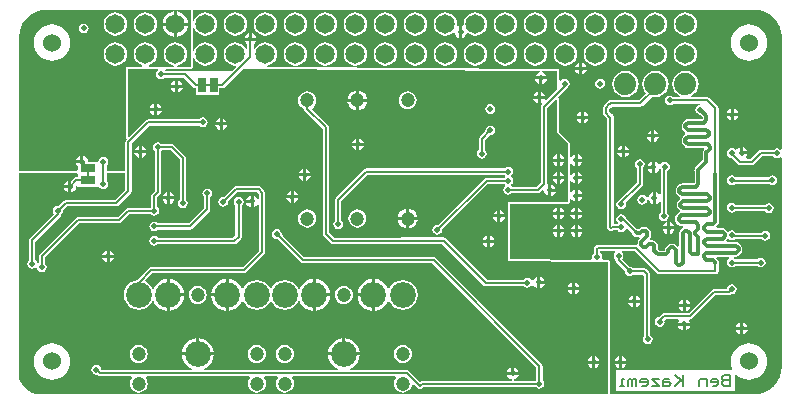
<source format=gbl>
G04 Layer_Physical_Order=2*
G04 Layer_Color=16711680*
%FSAX24Y24*%
%MOIN*%
G70*
G01*
G75*
%ADD24R,0.0250X0.0500*%
%ADD32R,0.0500X0.0250*%
%ADD36C,0.0079*%
%ADD37C,0.0118*%
%ADD38C,0.0080*%
%ADD39C,0.0472*%
%ADD40C,0.0860*%
%ADD41C,0.0650*%
%ADD42C,0.0472*%
%ADD43C,0.0600*%
%ADD44C,0.0740*%
%ADD45C,0.0197*%
G36*
X024775Y012892D02*
X024938Y012843D01*
X025088Y012763D01*
X025217Y012656D01*
X025219Y012654D01*
X025255Y012618D01*
X025257Y012616D01*
X025363Y012488D01*
X025442Y012340D01*
X025491Y012179D01*
X025507Y012014D01*
X025506Y012012D01*
Y011968D01*
Y008265D01*
X025492Y008255D01*
X025456Y008243D01*
X025413Y008272D01*
X025350Y008285D01*
X025287Y008272D01*
X025234Y008236D01*
X025226Y008224D01*
X024800D01*
X024800Y008224D01*
X024760Y008216D01*
X024726Y008194D01*
X024726Y008194D01*
X024477Y007944D01*
X024333D01*
X024318Y007994D01*
X024357Y008052D01*
X024362Y008080D01*
X024170D01*
Y008130D01*
X024120D01*
Y008322D01*
X024093Y008317D01*
X024027Y008273D01*
X024013Y008252D01*
X023956Y008246D01*
X023903Y008282D01*
X023840Y008295D01*
X023777Y008282D01*
X023724Y008246D01*
X023688Y008193D01*
X023675Y008130D01*
X023688Y008067D01*
X023724Y008014D01*
X023777Y007978D01*
X023837Y007966D01*
X024036Y007766D01*
X024070Y007744D01*
X024110Y007736D01*
X024520D01*
X024520Y007736D01*
X024560Y007744D01*
X024594Y007766D01*
X024843Y008016D01*
X025226D01*
X025234Y008004D01*
X025287Y007968D01*
X025350Y007955D01*
X025413Y007968D01*
X025456Y007997D01*
X025492Y007985D01*
X025506Y007975D01*
Y000984D01*
X025507Y000982D01*
X025490Y000815D01*
X025441Y000652D01*
X025361Y000503D01*
X025255Y000373D01*
X025253Y000372D01*
X025219Y000338D01*
X025217Y000336D01*
X025088Y000230D01*
X024938Y000149D01*
X024775Y000100D01*
X024609Y000084D01*
X024606Y000084D01*
X019774D01*
Y004512D01*
X019772Y004524D01*
X019769Y004536D01*
X019769Y004536D01*
X019769Y004536D01*
X019762Y004547D01*
X019756Y004557D01*
X019755Y004557D01*
X019755Y004557D01*
X019745Y004564D01*
X019735Y004571D01*
X019735Y004571D01*
X019735Y004571D01*
X019722Y004574D01*
X019710Y004576D01*
X019541Y004576D01*
X019507Y004627D01*
X019515Y004665D01*
X019502Y004728D01*
X019467Y004782D01*
X019455Y004790D01*
Y004866D01*
X019933D01*
X019948Y004816D01*
X019913Y004763D01*
X019900Y004700D01*
X019913Y004637D01*
X019948Y004584D01*
X019960Y004576D01*
Y004551D01*
X019960Y004551D01*
X019968Y004512D01*
X019991Y004478D01*
X020271Y004197D01*
X020268Y004183D01*
X020281Y004120D01*
X020317Y004067D01*
X020370Y004031D01*
X020433Y004018D01*
X020496Y004031D01*
X020549Y004067D01*
X020557Y004079D01*
X020882D01*
X020919Y004041D01*
Y002033D01*
X020891Y001991D01*
X020878Y001928D01*
X020891Y001865D01*
X020927Y001812D01*
X020980Y001776D01*
X021043Y001763D01*
X021106Y001776D01*
X021159Y001812D01*
X021195Y001865D01*
X021208Y001928D01*
X021195Y001991D01*
X021159Y002044D01*
X021128Y002065D01*
Y004085D01*
X021128Y004085D01*
X021120Y004125D01*
X021097Y004158D01*
X020999Y004257D01*
X020965Y004279D01*
X020925Y004287D01*
X020925Y004287D01*
X020557D01*
X020549Y004299D01*
X020496Y004335D01*
X020433Y004348D01*
X020419Y004345D01*
X020181Y004583D01*
X020181Y004584D01*
X020217Y004637D01*
X020229Y004700D01*
X020217Y004763D01*
X020181Y004816D01*
X020197Y004866D01*
X020606D01*
X021353Y004119D01*
X021353Y004119D01*
X021387Y004096D01*
X021427Y004089D01*
X023297D01*
X023337Y004096D01*
X023371Y004119D01*
X023394Y004153D01*
X023402Y004193D01*
Y004385D01*
X023412Y004401D01*
X023422Y004449D01*
Y004484D01*
X023412Y004532D01*
X023385Y004572D01*
X023329Y004629D01*
X023349Y004679D01*
X023755D01*
X023775Y004632D01*
X023774Y004629D01*
X023724Y004595D01*
X023688Y004541D01*
X023675Y004478D01*
X023688Y004415D01*
X023724Y004362D01*
X023777Y004326D01*
X023840Y004314D01*
X023903Y004326D01*
X023956Y004362D01*
X023964Y004374D01*
X024677D01*
X024685Y004362D01*
X024738Y004326D01*
X024801Y004314D01*
X024864Y004326D01*
X024918Y004362D01*
X024953Y004415D01*
X024966Y004478D01*
X024953Y004541D01*
X024918Y004595D01*
X024864Y004630D01*
X024801Y004643D01*
X024738Y004630D01*
X024685Y004595D01*
X024677Y004583D01*
X023964D01*
X023956Y004595D01*
X023906Y004629D01*
X023905Y004632D01*
X023925Y004679D01*
X023991D01*
X024039Y004688D01*
X024079Y004715D01*
X024162Y004798D01*
X024189Y004838D01*
X024198Y004886D01*
Y004957D01*
X024189Y005004D01*
X024162Y005045D01*
X024079Y005127D01*
X024039Y005154D01*
X023991Y005164D01*
X023669D01*
X023649Y005214D01*
X023682Y005247D01*
X023724Y005274D01*
X023777Y005238D01*
X023840Y005225D01*
X023903Y005238D01*
X023944Y005266D01*
X024836D01*
X024844Y005254D01*
X024898Y005218D01*
X024961Y005205D01*
X025024Y005218D01*
X025077Y005254D01*
X025113Y005307D01*
X025125Y005370D01*
X025113Y005433D01*
X025077Y005486D01*
X025024Y005522D01*
X024961Y005535D01*
X024898Y005522D01*
X024844Y005486D01*
X024836Y005474D01*
X023978D01*
X023956Y005506D01*
X023903Y005542D01*
X023840Y005555D01*
X023777Y005542D01*
X023724Y005506D01*
X023686Y005537D01*
X023623Y005600D01*
X023582Y005627D01*
X023535Y005636D01*
X023349D01*
X023329Y005686D01*
X023385Y005743D01*
X023412Y005783D01*
X023422Y005831D01*
Y007441D01*
X023412Y007489D01*
X023402Y007504D01*
Y009616D01*
X023394Y009656D01*
X023371Y009690D01*
X023371Y009690D01*
X023105Y009956D01*
X023071Y009978D01*
X023031Y009986D01*
X023031Y009986D01*
X022489D01*
X022479Y010036D01*
X022514Y010051D01*
X022605Y010120D01*
X022674Y010211D01*
X022718Y010316D01*
X022733Y010429D01*
X022718Y010542D01*
X022674Y010647D01*
X022605Y010738D01*
X022514Y010807D01*
X022409Y010851D01*
X022296Y010866D01*
X022183Y010851D01*
X022078Y010807D01*
X021987Y010738D01*
X021918Y010647D01*
X021874Y010542D01*
X021859Y010429D01*
X021874Y010316D01*
X021918Y010211D01*
X021987Y010120D01*
X022078Y010051D01*
X022113Y010036D01*
X022103Y009986D01*
X021896D01*
X021888Y009998D01*
X021835Y010034D01*
X021772Y010046D01*
X021709Y010034D01*
X021655Y009998D01*
X021620Y009945D01*
X021607Y009882D01*
X021620Y009819D01*
X021655Y009766D01*
X021709Y009730D01*
X021772Y009717D01*
X021835Y009730D01*
X021888Y009766D01*
X021896Y009778D01*
X022770D01*
X022775Y009728D01*
X022732Y009719D01*
X022679Y009683D01*
X022643Y009630D01*
X022631Y009567D01*
X022643Y009504D01*
X022679Y009451D01*
X022732Y009415D01*
X022781Y009405D01*
X022870Y009316D01*
Y009270D01*
X022860Y009260D01*
X022375D01*
X022327Y009251D01*
X022287Y009224D01*
X022204Y009141D01*
X022177Y009101D01*
X022168Y009053D01*
Y008982D01*
X022177Y008935D01*
X022204Y008895D01*
X022287Y008812D01*
X022287Y008812D01*
Y008752D01*
X022287Y008752D01*
X022204Y008669D01*
X022177Y008629D01*
X022168Y008581D01*
Y008510D01*
X022177Y008462D01*
X022204Y008422D01*
X022287Y008339D01*
X022327Y008312D01*
X022375Y008303D01*
X022899D01*
X022919Y008253D01*
X022906Y008240D01*
X022879Y008200D01*
X022870Y008152D01*
Y007888D01*
X022629Y007647D01*
X022602Y007607D01*
X022592Y007559D01*
X022602Y007511D01*
X022602Y007511D01*
Y007132D01*
X022592Y007122D01*
X022179D01*
X022132Y007113D01*
X022091Y007086D01*
X022009Y007003D01*
X021982Y006963D01*
X021972Y006915D01*
Y006844D01*
X021982Y006797D01*
X022009Y006756D01*
X022091Y006674D01*
X022107Y006663D01*
X022113Y006645D01*
X022113Y006604D01*
X022040Y006531D01*
X022013Y006491D01*
X022004Y006443D01*
Y006372D01*
X022013Y006324D01*
X022040Y006284D01*
X022105Y006219D01*
X022104Y006201D01*
X022096Y006164D01*
X022094Y006162D01*
X022063Y006141D01*
X021981Y006058D01*
X021954Y006018D01*
X021944Y005970D01*
Y005900D01*
X021954Y005852D01*
X021981Y005812D01*
X022063Y005729D01*
X022104Y005702D01*
X022151Y005692D01*
X022217D01*
X022226Y005642D01*
X022196Y005622D01*
X022113Y005540D01*
X022086Y005499D01*
X022077Y005452D01*
Y005032D01*
X022027Y005012D01*
X021970Y005068D01*
X021930Y005095D01*
X021882Y005105D01*
X021811D01*
X021764Y005095D01*
X021723Y005068D01*
X021641Y004986D01*
X021614Y004945D01*
X021604Y004898D01*
Y004888D01*
X021594Y004878D01*
X021426D01*
X021386Y004918D01*
Y004935D01*
X021381Y004960D01*
Y005047D01*
X021371Y005094D01*
X021344Y005135D01*
X021294Y005185D01*
X021254Y005212D01*
X021206Y005221D01*
X021126D01*
X021106Y005271D01*
X021113Y005278D01*
X021140Y005319D01*
X021149Y005366D01*
Y005483D01*
X021140Y005531D01*
X021113Y005571D01*
X021063Y005621D01*
X021022Y005648D01*
X020975Y005658D01*
X020858D01*
X020810Y005648D01*
X020770Y005621D01*
X020733Y005585D01*
X020714Y005585D01*
X020690Y005600D01*
X020672Y005604D01*
X020318Y005958D01*
X020312Y005988D01*
X020276Y006042D01*
X020223Y006077D01*
X020160Y006090D01*
X020097Y006077D01*
X020044Y006042D01*
X020015Y005999D01*
X020015Y005999D01*
X019992Y005965D01*
X019984Y005925D01*
X019992Y005885D01*
X020015Y005851D01*
X020015Y005851D01*
X020042Y005812D01*
X020036Y005795D01*
X020020Y005764D01*
X019899D01*
Y009346D01*
X019891Y009386D01*
X019869Y009420D01*
X019835Y009443D01*
X019805Y009449D01*
X019746Y009507D01*
Y009587D01*
X019805Y009646D01*
X019835Y009652D01*
X019869Y009674D01*
X019872Y009679D01*
X020793D01*
X020793Y009679D01*
X020833Y009687D01*
X020867Y009710D01*
X021170Y010013D01*
X021183Y010007D01*
X021296Y009992D01*
X021409Y010007D01*
X021514Y010051D01*
X021605Y010120D01*
X021674Y010211D01*
X021718Y010316D01*
X021733Y010429D01*
X021718Y010542D01*
X021674Y010647D01*
X021605Y010738D01*
X021514Y010807D01*
X021409Y010851D01*
X021296Y010866D01*
X021183Y010851D01*
X021078Y010807D01*
X020987Y010738D01*
X020918Y010647D01*
X020874Y010542D01*
X020859Y010429D01*
X020874Y010316D01*
X020918Y010211D01*
X020985Y010123D01*
X020750Y009888D01*
X019795D01*
X019755Y009880D01*
X019721Y009857D01*
X019707Y009836D01*
X019686Y009822D01*
X019686Y009822D01*
X019568Y009704D01*
X019545Y009670D01*
X019537Y009630D01*
X019537Y009630D01*
Y009464D01*
X019537Y009464D01*
X019545Y009424D01*
X019568Y009390D01*
X019686Y009273D01*
X019686Y009273D01*
X019690Y009269D01*
Y005729D01*
X019677Y005709D01*
X019669Y005669D01*
X019677Y005629D01*
X019700Y005595D01*
X019739Y005556D01*
X019773Y005534D01*
X019813Y005526D01*
X019853Y005534D01*
X019886Y005556D01*
X020036D01*
X020044Y005544D01*
X020097Y005508D01*
X020160Y005495D01*
X020223Y005508D01*
X020276Y005544D01*
X020312Y005597D01*
X020314Y005605D01*
X020361Y005619D01*
X020524Y005456D01*
X020528Y005438D01*
X020555Y005397D01*
X020580Y005372D01*
X020620Y005345D01*
X020668Y005336D01*
X020748Y005336D01*
X020768Y005286D01*
X020743Y005260D01*
X020716Y005220D01*
X020706Y005172D01*
Y005111D01*
X020656Y005073D01*
X020650Y005075D01*
X020650Y005075D01*
X019370D01*
X019370Y005075D01*
X019330Y005067D01*
X019296Y005044D01*
X019267Y005015D01*
X019244Y004981D01*
X019236Y004941D01*
X019244Y004901D01*
X019246Y004898D01*
Y004790D01*
X019234Y004782D01*
X019198Y004728D01*
X019186Y004665D01*
X019193Y004627D01*
X019159Y004577D01*
X016462Y004584D01*
Y006438D01*
X018380D01*
X018405Y006443D01*
X018425Y006457D01*
X018439Y006478D01*
X018444Y006503D01*
Y006590D01*
X018494Y006606D01*
X018518Y006570D01*
X018584Y006526D01*
X018611Y006520D01*
Y006713D01*
Y006905D01*
X018584Y006900D01*
X018518Y006856D01*
X018494Y006820D01*
X018444Y006835D01*
Y007181D01*
X018494Y007196D01*
X018518Y007160D01*
X018584Y007116D01*
X018611Y007111D01*
Y007303D01*
Y007496D01*
X018584Y007490D01*
X018518Y007446D01*
X018494Y007410D01*
X018444Y007425D01*
Y007771D01*
X018494Y007787D01*
X018518Y007751D01*
X018584Y007707D01*
X018611Y007701D01*
Y007894D01*
Y008086D01*
X018584Y008081D01*
X018518Y008037D01*
X018494Y008001D01*
X018444Y008016D01*
Y008452D01*
X018439Y008476D01*
X018425Y008497D01*
X018086Y008836D01*
Y009085D01*
Y009360D01*
Y009715D01*
Y009896D01*
X018082Y009920D01*
X018068Y009941D01*
X018059Y009986D01*
X018061Y010000D01*
X018341Y010280D01*
X018363Y010312D01*
X018384Y010327D01*
X018420Y010380D01*
X018432Y010443D01*
X018420Y010506D01*
X018384Y010559D01*
X018331Y010595D01*
X018268Y010607D01*
X018205Y010595D01*
X018151Y010559D01*
X018136Y010537D01*
X018086Y010552D01*
Y010876D01*
X018084Y010888D01*
X018082Y010900D01*
X018082Y010900D01*
X018082Y010901D01*
X018075Y010911D01*
X018068Y010921D01*
X018068Y010921D01*
X018068Y010921D01*
X018057Y010928D01*
X018047Y010935D01*
X018047Y010935D01*
X018047Y010935D01*
X018035Y010938D01*
X018023Y010940D01*
X017502Y010943D01*
X017493Y010941D01*
X017484Y010940D01*
X017481Y010939D01*
X017479Y010941D01*
X017469Y010941D01*
X017460Y010943D01*
X009306Y010989D01*
X009303Y011039D01*
X009334Y011043D01*
X009397Y011051D01*
X009491Y011090D01*
X009572Y011152D01*
X009634Y011233D01*
X009673Y011328D01*
X009687Y011429D01*
X009673Y011530D01*
X009634Y011625D01*
X009572Y011706D01*
X009491Y011768D01*
X009397Y011807D01*
X009295Y011820D01*
X009194Y011807D01*
X009100Y011768D01*
X009019Y011706D01*
X008956Y011625D01*
X008917Y011530D01*
X008904Y011429D01*
X008917Y011328D01*
X008956Y011233D01*
X009019Y011152D01*
X009100Y011090D01*
X009194Y011051D01*
X009255Y011043D01*
X009287Y011039D01*
X009284Y010989D01*
X008346Y010994D01*
X008343Y011044D01*
X008397Y011051D01*
X008491Y011090D01*
X008572Y011152D01*
X008634Y011233D01*
X008673Y011328D01*
X008687Y011429D01*
X008673Y011530D01*
X008634Y011625D01*
X008572Y011706D01*
X008491Y011768D01*
X008397Y011807D01*
X008295Y011820D01*
X008194Y011807D01*
X008100Y011768D01*
X008019Y011706D01*
X007956Y011625D01*
X007950Y011609D01*
X007900Y011619D01*
Y011760D01*
X007938Y011786D01*
X007982Y011852D01*
X007988Y011879D01*
X007603D01*
X007608Y011852D01*
X007652Y011786D01*
X007691Y011760D01*
Y011619D01*
X007641Y011609D01*
X007634Y011625D01*
X007572Y011706D01*
X007491Y011768D01*
X007397Y011807D01*
X007295Y011820D01*
X007194Y011807D01*
X007100Y011768D01*
X007019Y011706D01*
X006956Y011625D01*
X006917Y011530D01*
X006904Y011429D01*
X006917Y011328D01*
X006956Y011233D01*
X007019Y011152D01*
X007100Y011090D01*
X007194Y011051D01*
X007291Y011038D01*
X007306Y011016D01*
X007317Y010994D01*
X007200Y010877D01*
X004949Y010877D01*
X004948Y010879D01*
X004973Y010929D01*
X005251D01*
X005261Y010931D01*
X005272Y010932D01*
X005274Y010933D01*
X005276Y010934D01*
X005284Y010940D01*
X005293Y010945D01*
X005297Y010945D01*
X005306Y010940D01*
X005315Y010934D01*
X005317Y010933D01*
X005319Y010932D01*
X005329Y010931D01*
X005339Y010929D01*
X005807D01*
X005832Y010934D01*
X005853Y010948D01*
X005866Y010969D01*
X005871Y010993D01*
Y011310D01*
X005921Y011318D01*
X005956Y011233D01*
X006019Y011152D01*
X006100Y011090D01*
X006194Y011051D01*
X006295Y011038D01*
X006397Y011051D01*
X006491Y011090D01*
X006572Y011152D01*
X006634Y011233D01*
X006673Y011328D01*
X006687Y011429D01*
X006673Y011530D01*
X006634Y011625D01*
X006572Y011706D01*
X006491Y011768D01*
X006397Y011807D01*
X006295Y011820D01*
X006194Y011807D01*
X006100Y011768D01*
X006019Y011706D01*
X005956Y011625D01*
X005921Y011540D01*
X005871Y011550D01*
Y011752D01*
Y012308D01*
X005921Y012318D01*
X005956Y012233D01*
X006019Y012152D01*
X006100Y012090D01*
X006194Y012051D01*
X006295Y012038D01*
X006397Y012051D01*
X006491Y012090D01*
X006572Y012152D01*
X006634Y012233D01*
X006673Y012328D01*
X006687Y012429D01*
X006673Y012530D01*
X006634Y012625D01*
X006572Y012706D01*
X006491Y012768D01*
X006397Y012807D01*
X006295Y012820D01*
X006194Y012807D01*
X006100Y012768D01*
X006019Y012706D01*
X005956Y012625D01*
X005921Y012540D01*
X005871Y012550D01*
Y012908D01*
X024606D01*
X024609Y012908D01*
X024775Y012892D01*
D02*
G37*
G36*
X000984Y012908D02*
X005807D01*
Y011752D01*
Y011310D01*
Y010993D01*
X005339D01*
X005336Y011043D01*
X005397Y011051D01*
X005491Y011090D01*
X005572Y011152D01*
X005634Y011233D01*
X005673Y011328D01*
X005687Y011429D01*
X005673Y011530D01*
X005634Y011625D01*
X005572Y011706D01*
X005491Y011768D01*
X005397Y011807D01*
X005295Y011820D01*
X005194Y011807D01*
X005100Y011768D01*
X005019Y011706D01*
X004956Y011625D01*
X004917Y011530D01*
X004904Y011429D01*
X004917Y011328D01*
X004956Y011233D01*
X005019Y011152D01*
X005100Y011090D01*
X005194Y011051D01*
X005254Y011043D01*
X005251Y010993D01*
X004765D01*
X004760Y010996D01*
X004751Y011003D01*
X004750Y011003D01*
X004749Y011004D01*
X004738Y011006D01*
X004727Y011009D01*
X004726Y011009D01*
X004724Y011009D01*
X004426D01*
X004416Y011059D01*
X004491Y011090D01*
X004572Y011152D01*
X004634Y011233D01*
X004673Y011328D01*
X004687Y011429D01*
X004673Y011530D01*
X004634Y011625D01*
X004572Y011706D01*
X004491Y011768D01*
X004397Y011807D01*
X004295Y011820D01*
X004194Y011807D01*
X004100Y011768D01*
X004019Y011706D01*
X003956Y011625D01*
X003917Y011530D01*
X003904Y011429D01*
X003917Y011328D01*
X003956Y011233D01*
X004019Y011152D01*
X004100Y011090D01*
X004175Y011059D01*
X004165Y011009D01*
X003709D01*
X003685Y011004D01*
X003664Y010990D01*
X003650Y010969D01*
X003645Y010945D01*
Y008682D01*
X003650Y008658D01*
X003664Y008637D01*
X003672Y008591D01*
X003671Y008578D01*
X003656Y008564D01*
X003634Y008530D01*
X003626Y008490D01*
X003626Y008490D01*
Y007534D01*
X002999D01*
Y007716D01*
X003000Y007717D01*
X003036Y007770D01*
X003048Y007833D01*
X003036Y007896D01*
X003000Y007949D01*
X002947Y007985D01*
X002884Y007998D01*
X002821Y007985D01*
X002767Y007949D01*
X002732Y007896D01*
X002721Y007845D01*
X002379D01*
X002365Y007917D01*
X002321Y007983D01*
X002255Y008027D01*
X002228Y008032D01*
Y007840D01*
X002178D01*
Y007790D01*
X001985D01*
X001991Y007763D01*
X002035Y007697D01*
X002042Y007692D01*
Y007575D01*
X002040Y007571D01*
X002029Y007556D01*
X002002Y007534D01*
X000084D01*
Y012008D01*
X000084Y012011D01*
X000100Y012177D01*
X000149Y012340D01*
X000230Y012490D01*
X000336Y012619D01*
X000338Y012620D01*
X000372Y012654D01*
X000373Y012656D01*
X000503Y012763D01*
X000652Y012843D01*
X000815Y012892D01*
X000982Y012908D01*
X000984Y012908D01*
D02*
G37*
G36*
X004730Y010929D02*
X004732Y010895D01*
X004687Y010864D01*
X004651Y010811D01*
X004639Y010748D01*
X004651Y010685D01*
X004687Y010632D01*
X004740Y010596D01*
X004803Y010583D01*
X004866Y010596D01*
X004920Y010632D01*
X004928Y010644D01*
X005568D01*
X005896Y010316D01*
X005896Y010316D01*
X005930Y010294D01*
X005969Y010286D01*
X005982D01*
Y010077D01*
X006358D01*
Y010077D01*
X006382D01*
Y010077D01*
X006758D01*
Y010286D01*
X006861D01*
X006861Y010286D01*
X006900Y010294D01*
X006934Y010316D01*
X007552Y010934D01*
X017460Y010879D01*
X017465Y010829D01*
X017450Y010826D01*
X017403Y010817D01*
X017337Y010773D01*
X017293Y010707D01*
X017288Y010680D01*
X017673D01*
X017667Y010707D01*
X017623Y010773D01*
X017558Y010817D01*
X017512Y010826D01*
X017497Y010829D01*
X017502Y010879D01*
X018022Y010876D01*
Y010256D01*
X017648Y009882D01*
X017608Y009913D01*
X017614Y009940D01*
X017471D01*
Y009798D01*
X017499Y009803D01*
X017529Y009764D01*
X017515Y009749D01*
X017492Y009715D01*
X017484Y009675D01*
X017484Y009675D01*
Y007150D01*
X017339Y007004D01*
X016514D01*
X016506Y007016D01*
X016497Y007023D01*
Y007083D01*
X016505Y007088D01*
X016541Y007142D01*
X016553Y007205D01*
X016541Y007268D01*
X016505Y007321D01*
X016497Y007327D01*
Y007387D01*
X016506Y007394D01*
X016542Y007447D01*
X016555Y007510D01*
X016542Y007573D01*
X016506Y007626D01*
X016453Y007662D01*
X016390Y007675D01*
X016327Y007662D01*
X016274Y007626D01*
X016266Y007614D01*
X011660D01*
X011660Y007614D01*
X011620Y007606D01*
X011586Y007584D01*
X011586Y007584D01*
X010646Y006644D01*
X010624Y006610D01*
X010616Y006570D01*
X010616Y006570D01*
Y005884D01*
X010604Y005876D01*
X010568Y005823D01*
X010555Y005760D01*
X010568Y005697D01*
X010604Y005644D01*
X010657Y005608D01*
X010720Y005595D01*
X010783Y005608D01*
X010836Y005644D01*
X010872Y005697D01*
X010885Y005760D01*
X010872Y005823D01*
X010836Y005876D01*
X010824Y005884D01*
Y006527D01*
X011703Y007406D01*
X016266D01*
X016274Y007394D01*
X016273Y007343D01*
X016240Y007309D01*
X015665D01*
X015625Y007301D01*
X015591Y007279D01*
X015591Y007279D01*
X014042Y005729D01*
X014028Y005732D01*
X013965Y005720D01*
X013911Y005684D01*
X013876Y005631D01*
X013863Y005568D01*
X013876Y005505D01*
X013911Y005451D01*
X013965Y005416D01*
X014028Y005403D01*
X014091Y005416D01*
X014144Y005451D01*
X014180Y005505D01*
X014192Y005568D01*
X014189Y005582D01*
X015708Y007100D01*
X016265D01*
X016273Y007088D01*
X016282Y007082D01*
Y007022D01*
X016274Y007016D01*
X016238Y006963D01*
X016225Y006900D01*
X016238Y006837D01*
X016274Y006784D01*
X016327Y006748D01*
X016390Y006735D01*
X016453Y006748D01*
X016506Y006784D01*
X016514Y006796D01*
X017382D01*
X017382Y006796D01*
X017422Y006804D01*
X017456Y006826D01*
X017528Y006898D01*
X017576Y006876D01*
X017589Y006812D01*
X017633Y006747D01*
X017698Y006703D01*
X017726Y006697D01*
Y006890D01*
Y007092D01*
X017693Y007127D01*
Y009632D01*
X017976Y009915D01*
X018022Y009896D01*
Y009715D01*
Y009360D01*
Y009085D01*
Y008810D01*
X018248Y008584D01*
X018380Y008452D01*
Y008317D01*
Y006503D01*
X016397D01*
Y004520D01*
X019290Y004513D01*
X019350Y004501D01*
X019410Y004513D01*
X019710Y004512D01*
Y000084D01*
X000787D01*
Y000084D01*
X000656Y000097D01*
X000529Y000136D01*
X000412Y000198D01*
X000309Y000282D01*
X000309Y000282D01*
X000256Y000335D01*
X000257Y000336D01*
X000184Y000425D01*
X000130Y000526D01*
X000096Y000636D01*
X000085Y000751D01*
X000084D01*
Y007470D01*
X002002D01*
X002042Y007445D01*
Y007324D01*
X001992D01*
X001992Y007324D01*
X001952Y007316D01*
X001918Y007293D01*
X001830Y007205D01*
Y007008D01*
Y006816D01*
X001857Y006821D01*
X001923Y006865D01*
X001967Y006930D01*
X001982Y007008D01*
X001979Y007023D01*
X001992Y007033D01*
X002042Y007009D01*
Y006995D01*
X002742D01*
X002779Y006969D01*
X002832Y006933D01*
X002895Y006920D01*
X002958Y006933D01*
X003011Y006969D01*
X003047Y007022D01*
X003060Y007085D01*
X003047Y007148D01*
X003011Y007201D01*
X002999Y007209D01*
Y007470D01*
X003626D01*
Y006903D01*
X003287Y006564D01*
X001641D01*
X001641Y006564D01*
X001601Y006556D01*
X001567Y006534D01*
X001567Y006534D01*
X001394Y006361D01*
X001380Y006364D01*
X001317Y006351D01*
X001264Y006315D01*
X001228Y006262D01*
X001215Y006199D01*
X001228Y006136D01*
X001250Y006103D01*
X000443Y005296D01*
X000421Y005262D01*
X000413Y005222D01*
X000413Y005222D01*
Y004558D01*
X000401Y004550D01*
X000365Y004496D01*
X000353Y004433D01*
X000365Y004370D01*
X000401Y004317D01*
X000454Y004281D01*
X000517Y004269D01*
X000580Y004281D01*
X000628Y004313D01*
X000657Y004306D01*
X000680Y004296D01*
X000688Y004254D01*
X000724Y004200D01*
X000777Y004165D01*
X000840Y004152D01*
X000903Y004165D01*
X000956Y004200D01*
X000992Y004254D01*
X001005Y004317D01*
X000992Y004380D01*
X000956Y004433D01*
X000944Y004441D01*
Y004647D01*
X002093Y005796D01*
X003410D01*
X003410Y005796D01*
X003450Y005804D01*
X003484Y005826D01*
X003755Y006098D01*
X004462D01*
X004470Y006086D01*
X004524Y006050D01*
X004587Y006038D01*
X004650Y006050D01*
X004703Y006086D01*
X004739Y006139D01*
X004751Y006202D01*
X004739Y006265D01*
X004703Y006319D01*
X004691Y006327D01*
Y006657D01*
X004788Y006755D01*
X004788Y006755D01*
X004811Y006789D01*
X004819Y006829D01*
Y008196D01*
X004831Y008204D01*
X004839Y008216D01*
X005147D01*
X005436Y007927D01*
Y006584D01*
X005424Y006576D01*
X005388Y006523D01*
X005375Y006460D01*
X005388Y006397D01*
X005424Y006344D01*
X005477Y006308D01*
X005540Y006295D01*
X005603Y006308D01*
X005656Y006344D01*
X005692Y006397D01*
X005705Y006460D01*
X005692Y006523D01*
X005656Y006576D01*
X005644Y006584D01*
Y007970D01*
X005644Y007970D01*
X005636Y008010D01*
X005614Y008044D01*
X005614Y008044D01*
X005264Y008394D01*
X005230Y008416D01*
X005190Y008424D01*
X005190Y008424D01*
X004839D01*
X004831Y008436D01*
X004777Y008472D01*
X004715Y008485D01*
X004652Y008472D01*
X004598Y008436D01*
X004562Y008383D01*
X004550Y008320D01*
X004562Y008257D01*
X004598Y008204D01*
X004610Y008196D01*
Y006872D01*
X004513Y006774D01*
X004490Y006741D01*
X004482Y006701D01*
X004482Y006701D01*
Y006327D01*
X004470Y006319D01*
X004462Y006306D01*
X003712D01*
X003712Y006306D01*
X003672Y006299D01*
X003638Y006276D01*
X003638Y006276D01*
X003367Y006004D01*
X002050D01*
X002010Y005996D01*
X001976Y005974D01*
X001976Y005974D01*
X000766Y004764D01*
X000744Y004730D01*
X000736Y004690D01*
X000736Y004690D01*
Y004487D01*
X000725Y004474D01*
X000701Y004475D01*
X000669Y004496D01*
X000633Y004550D01*
X000621Y004558D01*
Y005179D01*
X001454Y006011D01*
X001454Y006011D01*
X001476Y006045D01*
X001482Y006073D01*
X001496Y006083D01*
X001532Y006136D01*
X001545Y006199D01*
X001542Y006213D01*
X001684Y006356D01*
X003330D01*
X003330Y006356D01*
X003370Y006364D01*
X003404Y006386D01*
X003804Y006786D01*
X003804Y006786D01*
X003826Y006820D01*
X003834Y006860D01*
Y008447D01*
X004433Y009046D01*
X006086D01*
X006094Y009034D01*
X006147Y008998D01*
X006210Y008985D01*
X006273Y008998D01*
X006326Y009034D01*
X006362Y009087D01*
X006375Y009150D01*
X006362Y009213D01*
X006326Y009266D01*
X006273Y009302D01*
X006210Y009315D01*
X006147Y009302D01*
X006094Y009266D01*
X006086Y009254D01*
X004390D01*
X004390Y009254D01*
X004350Y009246D01*
X004316Y009224D01*
X003755Y008663D01*
X003709Y008682D01*
Y010945D01*
X004724D01*
X004730Y010929D01*
D02*
G37*
%LPC*%
G36*
X015295Y012820D02*
X015194Y012807D01*
X015100Y012768D01*
X015019Y012706D01*
X014956Y012625D01*
X014917Y012530D01*
X014904Y012429D01*
X014909Y012394D01*
X014901Y012383D01*
X014863Y012356D01*
X014853Y012358D01*
Y012165D01*
Y011973D01*
X014881Y011978D01*
X014946Y012022D01*
X014990Y012088D01*
X014994Y012108D01*
X015049Y012129D01*
X015100Y012090D01*
X015194Y012051D01*
X015295Y012038D01*
X015397Y012051D01*
X015491Y012090D01*
X015572Y012152D01*
X015634Y012233D01*
X015673Y012328D01*
X015687Y012429D01*
X015673Y012530D01*
X015634Y012625D01*
X015572Y012706D01*
X015491Y012768D01*
X015397Y012807D01*
X015295Y012820D01*
D02*
G37*
G36*
X022295D02*
X022194Y012807D01*
X022100Y012768D01*
X022019Y012706D01*
X021956Y012625D01*
X021917Y012530D01*
X021904Y012429D01*
X021917Y012328D01*
X021956Y012233D01*
X022019Y012152D01*
X022100Y012090D01*
X022194Y012051D01*
X022295Y012038D01*
X022397Y012051D01*
X022491Y012090D01*
X022572Y012152D01*
X022634Y012233D01*
X022673Y012328D01*
X022687Y012429D01*
X022673Y012530D01*
X022634Y012625D01*
X022572Y012706D01*
X022491Y012768D01*
X022397Y012807D01*
X022295Y012820D01*
D02*
G37*
G36*
X021295D02*
X021194Y012807D01*
X021100Y012768D01*
X021019Y012706D01*
X020956Y012625D01*
X020917Y012530D01*
X020904Y012429D01*
X020917Y012328D01*
X020956Y012233D01*
X021019Y012152D01*
X021100Y012090D01*
X021194Y012051D01*
X021295Y012038D01*
X021397Y012051D01*
X021491Y012090D01*
X021572Y012152D01*
X021634Y012233D01*
X021673Y012328D01*
X021687Y012429D01*
X021673Y012530D01*
X021634Y012625D01*
X021572Y012706D01*
X021491Y012768D01*
X021397Y012807D01*
X021295Y012820D01*
D02*
G37*
G36*
X020295D02*
X020194Y012807D01*
X020100Y012768D01*
X020019Y012706D01*
X019956Y012625D01*
X019917Y012530D01*
X019904Y012429D01*
X019917Y012328D01*
X019956Y012233D01*
X020019Y012152D01*
X020100Y012090D01*
X020194Y012051D01*
X020295Y012038D01*
X020397Y012051D01*
X020491Y012090D01*
X020572Y012152D01*
X020634Y012233D01*
X020673Y012328D01*
X020687Y012429D01*
X020673Y012530D01*
X020634Y012625D01*
X020572Y012706D01*
X020491Y012768D01*
X020397Y012807D01*
X020295Y012820D01*
D02*
G37*
G36*
X019295D02*
X019194Y012807D01*
X019100Y012768D01*
X019019Y012706D01*
X018956Y012625D01*
X018917Y012530D01*
X018904Y012429D01*
X018917Y012328D01*
X018956Y012233D01*
X019019Y012152D01*
X019100Y012090D01*
X019194Y012051D01*
X019295Y012038D01*
X019397Y012051D01*
X019491Y012090D01*
X019572Y012152D01*
X019634Y012233D01*
X019673Y012328D01*
X019687Y012429D01*
X019673Y012530D01*
X019634Y012625D01*
X019572Y012706D01*
X019491Y012768D01*
X019397Y012807D01*
X019295Y012820D01*
D02*
G37*
G36*
X018295D02*
X018194Y012807D01*
X018100Y012768D01*
X018019Y012706D01*
X017956Y012625D01*
X017917Y012530D01*
X017904Y012429D01*
X017917Y012328D01*
X017956Y012233D01*
X018019Y012152D01*
X018100Y012090D01*
X018194Y012051D01*
X018295Y012038D01*
X018397Y012051D01*
X018491Y012090D01*
X018572Y012152D01*
X018634Y012233D01*
X018673Y012328D01*
X018687Y012429D01*
X018673Y012530D01*
X018634Y012625D01*
X018572Y012706D01*
X018491Y012768D01*
X018397Y012807D01*
X018295Y012820D01*
D02*
G37*
G36*
X017295D02*
X017194Y012807D01*
X017100Y012768D01*
X017019Y012706D01*
X016956Y012625D01*
X016917Y012530D01*
X016904Y012429D01*
X016917Y012328D01*
X016956Y012233D01*
X017019Y012152D01*
X017100Y012090D01*
X017194Y012051D01*
X017295Y012038D01*
X017397Y012051D01*
X017491Y012090D01*
X017572Y012152D01*
X017634Y012233D01*
X017673Y012328D01*
X017687Y012429D01*
X017673Y012530D01*
X017634Y012625D01*
X017572Y012706D01*
X017491Y012768D01*
X017397Y012807D01*
X017295Y012820D01*
D02*
G37*
G36*
X016295D02*
X016194Y012807D01*
X016100Y012768D01*
X016019Y012706D01*
X015956Y012625D01*
X015917Y012530D01*
X015904Y012429D01*
X015917Y012328D01*
X015956Y012233D01*
X016019Y012152D01*
X016100Y012090D01*
X016194Y012051D01*
X016295Y012038D01*
X016397Y012051D01*
X016491Y012090D01*
X016572Y012152D01*
X016634Y012233D01*
X016673Y012328D01*
X016687Y012429D01*
X016673Y012530D01*
X016634Y012625D01*
X016572Y012706D01*
X016491Y012768D01*
X016397Y012807D01*
X016295Y012820D01*
D02*
G37*
G36*
X013295D02*
X013194Y012807D01*
X013100Y012768D01*
X013019Y012706D01*
X012956Y012625D01*
X012917Y012530D01*
X012904Y012429D01*
X012917Y012328D01*
X012956Y012233D01*
X013019Y012152D01*
X013100Y012090D01*
X013194Y012051D01*
X013295Y012038D01*
X013397Y012051D01*
X013491Y012090D01*
X013572Y012152D01*
X013634Y012233D01*
X013673Y012328D01*
X013687Y012429D01*
X013673Y012530D01*
X013634Y012625D01*
X013572Y012706D01*
X013491Y012768D01*
X013397Y012807D01*
X013295Y012820D01*
D02*
G37*
G36*
X012295D02*
X012194Y012807D01*
X012100Y012768D01*
X012019Y012706D01*
X011956Y012625D01*
X011917Y012530D01*
X011904Y012429D01*
X011917Y012328D01*
X011956Y012233D01*
X012019Y012152D01*
X012100Y012090D01*
X012194Y012051D01*
X012295Y012038D01*
X012397Y012051D01*
X012491Y012090D01*
X012572Y012152D01*
X012634Y012233D01*
X012673Y012328D01*
X012687Y012429D01*
X012673Y012530D01*
X012634Y012625D01*
X012572Y012706D01*
X012491Y012768D01*
X012397Y012807D01*
X012295Y012820D01*
D02*
G37*
G36*
X011295D02*
X011194Y012807D01*
X011100Y012768D01*
X011019Y012706D01*
X010956Y012625D01*
X010917Y012530D01*
X010904Y012429D01*
X010917Y012328D01*
X010956Y012233D01*
X011019Y012152D01*
X011100Y012090D01*
X011194Y012051D01*
X011295Y012038D01*
X011397Y012051D01*
X011491Y012090D01*
X011572Y012152D01*
X011634Y012233D01*
X011673Y012328D01*
X011687Y012429D01*
X011673Y012530D01*
X011634Y012625D01*
X011572Y012706D01*
X011491Y012768D01*
X011397Y012807D01*
X011295Y012820D01*
D02*
G37*
G36*
X010295D02*
X010194Y012807D01*
X010100Y012768D01*
X010019Y012706D01*
X009956Y012625D01*
X009917Y012530D01*
X009904Y012429D01*
X009917Y012328D01*
X009956Y012233D01*
X010019Y012152D01*
X010100Y012090D01*
X010194Y012051D01*
X010295Y012038D01*
X010397Y012051D01*
X010491Y012090D01*
X010572Y012152D01*
X010634Y012233D01*
X010673Y012328D01*
X010687Y012429D01*
X010673Y012530D01*
X010634Y012625D01*
X010572Y012706D01*
X010491Y012768D01*
X010397Y012807D01*
X010295Y012820D01*
D02*
G37*
G36*
X009295D02*
X009194Y012807D01*
X009100Y012768D01*
X009019Y012706D01*
X008956Y012625D01*
X008917Y012530D01*
X008904Y012429D01*
X008917Y012328D01*
X008956Y012233D01*
X009019Y012152D01*
X009100Y012090D01*
X009194Y012051D01*
X009295Y012038D01*
X009397Y012051D01*
X009491Y012090D01*
X009572Y012152D01*
X009634Y012233D01*
X009673Y012328D01*
X009687Y012429D01*
X009673Y012530D01*
X009634Y012625D01*
X009572Y012706D01*
X009491Y012768D01*
X009397Y012807D01*
X009295Y012820D01*
D02*
G37*
G36*
X008295D02*
X008194Y012807D01*
X008100Y012768D01*
X008019Y012706D01*
X007956Y012625D01*
X007917Y012530D01*
X007904Y012429D01*
X007917Y012328D01*
X007956Y012233D01*
X008019Y012152D01*
X008100Y012090D01*
X008194Y012051D01*
X008295Y012038D01*
X008397Y012051D01*
X008491Y012090D01*
X008572Y012152D01*
X008634Y012233D01*
X008673Y012328D01*
X008687Y012429D01*
X008673Y012530D01*
X008634Y012625D01*
X008572Y012706D01*
X008491Y012768D01*
X008397Y012807D01*
X008295Y012820D01*
D02*
G37*
G36*
X007295D02*
X007194Y012807D01*
X007100Y012768D01*
X007019Y012706D01*
X006956Y012625D01*
X006917Y012530D01*
X006904Y012429D01*
X006917Y012328D01*
X006956Y012233D01*
X007019Y012152D01*
X007100Y012090D01*
X007194Y012051D01*
X007295Y012038D01*
X007397Y012051D01*
X007491Y012090D01*
X007572Y012152D01*
X007634Y012233D01*
X007673Y012328D01*
X007687Y012429D01*
X007673Y012530D01*
X007634Y012625D01*
X007572Y012706D01*
X007491Y012768D01*
X007397Y012807D01*
X007295Y012820D01*
D02*
G37*
G36*
X007845Y012121D02*
Y011979D01*
X007988D01*
X007982Y012007D01*
X007938Y012072D01*
X007873Y012116D01*
X007845Y012121D01*
D02*
G37*
G36*
X007745D02*
X007718Y012116D01*
X007652Y012072D01*
X007608Y012007D01*
X007603Y011979D01*
X007745D01*
Y012121D01*
D02*
G37*
G36*
X014295Y012820D02*
X014194Y012807D01*
X014100Y012768D01*
X014019Y012706D01*
X013956Y012625D01*
X013917Y012530D01*
X013904Y012429D01*
X013917Y012328D01*
X013956Y012233D01*
X014019Y012152D01*
X014100Y012090D01*
X014194Y012051D01*
X014295Y012038D01*
X014397Y012051D01*
X014491Y012090D01*
X014555Y012139D01*
X014604Y012126D01*
X014610Y012121D01*
X014616Y012088D01*
X014660Y012022D01*
X014726Y011978D01*
X014753Y011973D01*
Y012165D01*
Y012358D01*
X014726Y012352D01*
X014680Y012382D01*
X014687Y012429D01*
X014673Y012530D01*
X014634Y012625D01*
X014572Y012706D01*
X014491Y012768D01*
X014397Y012807D01*
X014295Y012820D01*
D02*
G37*
G36*
X024409Y012418D02*
X024291Y012407D01*
X024177Y012372D01*
X024072Y012316D01*
X023980Y012240D01*
X023905Y012148D01*
X023848Y012043D01*
X023814Y011929D01*
X023802Y011811D01*
X023814Y011693D01*
X023848Y011579D01*
X023905Y011474D01*
X023980Y011382D01*
X024072Y011306D01*
X024177Y011250D01*
X024291Y011215D01*
X024409Y011204D01*
X024528Y011215D01*
X024642Y011250D01*
X024747Y011306D01*
X024839Y011382D01*
X024914Y011474D01*
X024970Y011579D01*
X025005Y011693D01*
X025017Y011811D01*
X025005Y011929D01*
X024970Y012043D01*
X024914Y012148D01*
X024839Y012240D01*
X024747Y012316D01*
X024642Y012372D01*
X024528Y012407D01*
X024409Y012418D01*
D02*
G37*
G36*
X022295Y011820D02*
X022194Y011807D01*
X022100Y011768D01*
X022019Y011706D01*
X021956Y011625D01*
X021917Y011530D01*
X021904Y011429D01*
X021917Y011328D01*
X021956Y011233D01*
X022019Y011152D01*
X022100Y011090D01*
X022194Y011051D01*
X022295Y011038D01*
X022397Y011051D01*
X022491Y011090D01*
X022572Y011152D01*
X022634Y011233D01*
X022673Y011328D01*
X022687Y011429D01*
X022673Y011530D01*
X022634Y011625D01*
X022572Y011706D01*
X022491Y011768D01*
X022397Y011807D01*
X022295Y011820D01*
D02*
G37*
G36*
X021295D02*
X021194Y011807D01*
X021100Y011768D01*
X021019Y011706D01*
X020956Y011625D01*
X020917Y011530D01*
X020904Y011429D01*
X020917Y011328D01*
X020956Y011233D01*
X021019Y011152D01*
X021100Y011090D01*
X021194Y011051D01*
X021295Y011038D01*
X021397Y011051D01*
X021491Y011090D01*
X021572Y011152D01*
X021634Y011233D01*
X021673Y011328D01*
X021687Y011429D01*
X021673Y011530D01*
X021634Y011625D01*
X021572Y011706D01*
X021491Y011768D01*
X021397Y011807D01*
X021295Y011820D01*
D02*
G37*
G36*
X020295D02*
X020194Y011807D01*
X020100Y011768D01*
X020019Y011706D01*
X019956Y011625D01*
X019917Y011530D01*
X019904Y011429D01*
X019917Y011328D01*
X019956Y011233D01*
X020019Y011152D01*
X020100Y011090D01*
X020194Y011051D01*
X020295Y011038D01*
X020397Y011051D01*
X020491Y011090D01*
X020572Y011152D01*
X020634Y011233D01*
X020673Y011328D01*
X020687Y011429D01*
X020673Y011530D01*
X020634Y011625D01*
X020572Y011706D01*
X020491Y011768D01*
X020397Y011807D01*
X020295Y011820D01*
D02*
G37*
G36*
X019295D02*
X019194Y011807D01*
X019100Y011768D01*
X019019Y011706D01*
X018956Y011625D01*
X018917Y011530D01*
X018904Y011429D01*
X018917Y011328D01*
X018956Y011233D01*
X019019Y011152D01*
X019100Y011090D01*
X019194Y011051D01*
X019295Y011038D01*
X019397Y011051D01*
X019491Y011090D01*
X019572Y011152D01*
X019634Y011233D01*
X019673Y011328D01*
X019687Y011429D01*
X019673Y011530D01*
X019634Y011625D01*
X019572Y011706D01*
X019491Y011768D01*
X019397Y011807D01*
X019295Y011820D01*
D02*
G37*
G36*
X018295D02*
X018194Y011807D01*
X018100Y011768D01*
X018019Y011706D01*
X017956Y011625D01*
X017917Y011530D01*
X017904Y011429D01*
X017917Y011328D01*
X017956Y011233D01*
X018019Y011152D01*
X018100Y011090D01*
X018194Y011051D01*
X018295Y011038D01*
X018397Y011051D01*
X018491Y011090D01*
X018572Y011152D01*
X018634Y011233D01*
X018673Y011328D01*
X018687Y011429D01*
X018673Y011530D01*
X018634Y011625D01*
X018572Y011706D01*
X018491Y011768D01*
X018397Y011807D01*
X018295Y011820D01*
D02*
G37*
G36*
X017295D02*
X017194Y011807D01*
X017100Y011768D01*
X017019Y011706D01*
X016956Y011625D01*
X016917Y011530D01*
X016904Y011429D01*
X016917Y011328D01*
X016956Y011233D01*
X017019Y011152D01*
X017100Y011090D01*
X017194Y011051D01*
X017295Y011038D01*
X017397Y011051D01*
X017491Y011090D01*
X017572Y011152D01*
X017634Y011233D01*
X017673Y011328D01*
X017687Y011429D01*
X017673Y011530D01*
X017634Y011625D01*
X017572Y011706D01*
X017491Y011768D01*
X017397Y011807D01*
X017295Y011820D01*
D02*
G37*
G36*
X016295D02*
X016194Y011807D01*
X016100Y011768D01*
X016019Y011706D01*
X015956Y011625D01*
X015917Y011530D01*
X015904Y011429D01*
X015917Y011328D01*
X015956Y011233D01*
X016019Y011152D01*
X016100Y011090D01*
X016194Y011051D01*
X016295Y011038D01*
X016397Y011051D01*
X016491Y011090D01*
X016572Y011152D01*
X016634Y011233D01*
X016673Y011328D01*
X016687Y011429D01*
X016673Y011530D01*
X016634Y011625D01*
X016572Y011706D01*
X016491Y011768D01*
X016397Y011807D01*
X016295Y011820D01*
D02*
G37*
G36*
X015295D02*
X015194Y011807D01*
X015100Y011768D01*
X015019Y011706D01*
X014956Y011625D01*
X014917Y011530D01*
X014904Y011429D01*
X014917Y011328D01*
X014956Y011233D01*
X015019Y011152D01*
X015100Y011090D01*
X015194Y011051D01*
X015295Y011038D01*
X015397Y011051D01*
X015491Y011090D01*
X015572Y011152D01*
X015634Y011233D01*
X015673Y011328D01*
X015687Y011429D01*
X015673Y011530D01*
X015634Y011625D01*
X015572Y011706D01*
X015491Y011768D01*
X015397Y011807D01*
X015295Y011820D01*
D02*
G37*
G36*
X014295D02*
X014194Y011807D01*
X014100Y011768D01*
X014019Y011706D01*
X013956Y011625D01*
X013917Y011530D01*
X013904Y011429D01*
X013917Y011328D01*
X013956Y011233D01*
X014019Y011152D01*
X014100Y011090D01*
X014194Y011051D01*
X014295Y011038D01*
X014397Y011051D01*
X014491Y011090D01*
X014572Y011152D01*
X014634Y011233D01*
X014673Y011328D01*
X014687Y011429D01*
X014673Y011530D01*
X014634Y011625D01*
X014572Y011706D01*
X014491Y011768D01*
X014397Y011807D01*
X014295Y011820D01*
D02*
G37*
G36*
X013295D02*
X013194Y011807D01*
X013100Y011768D01*
X013019Y011706D01*
X012956Y011625D01*
X012917Y011530D01*
X012904Y011429D01*
X012917Y011328D01*
X012956Y011233D01*
X013019Y011152D01*
X013100Y011090D01*
X013194Y011051D01*
X013295Y011038D01*
X013397Y011051D01*
X013491Y011090D01*
X013572Y011152D01*
X013634Y011233D01*
X013673Y011328D01*
X013687Y011429D01*
X013673Y011530D01*
X013634Y011625D01*
X013572Y011706D01*
X013491Y011768D01*
X013397Y011807D01*
X013295Y011820D01*
D02*
G37*
G36*
X012295D02*
X012194Y011807D01*
X012100Y011768D01*
X012019Y011706D01*
X011956Y011625D01*
X011917Y011530D01*
X011904Y011429D01*
X011917Y011328D01*
X011956Y011233D01*
X012019Y011152D01*
X012100Y011090D01*
X012194Y011051D01*
X012295Y011038D01*
X012397Y011051D01*
X012491Y011090D01*
X012572Y011152D01*
X012634Y011233D01*
X012673Y011328D01*
X012687Y011429D01*
X012673Y011530D01*
X012634Y011625D01*
X012572Y011706D01*
X012491Y011768D01*
X012397Y011807D01*
X012295Y011820D01*
D02*
G37*
G36*
X011295D02*
X011194Y011807D01*
X011100Y011768D01*
X011019Y011706D01*
X010956Y011625D01*
X010917Y011530D01*
X010904Y011429D01*
X010917Y011328D01*
X010956Y011233D01*
X011019Y011152D01*
X011100Y011090D01*
X011194Y011051D01*
X011295Y011038D01*
X011397Y011051D01*
X011491Y011090D01*
X011572Y011152D01*
X011634Y011233D01*
X011673Y011328D01*
X011687Y011429D01*
X011673Y011530D01*
X011634Y011625D01*
X011572Y011706D01*
X011491Y011768D01*
X011397Y011807D01*
X011295Y011820D01*
D02*
G37*
G36*
X010295D02*
X010194Y011807D01*
X010100Y011768D01*
X010019Y011706D01*
X009956Y011625D01*
X009917Y011530D01*
X009904Y011429D01*
X009917Y011328D01*
X009956Y011233D01*
X010019Y011152D01*
X010100Y011090D01*
X010194Y011051D01*
X010295Y011038D01*
X010397Y011051D01*
X010491Y011090D01*
X010572Y011152D01*
X010634Y011233D01*
X010673Y011328D01*
X010687Y011429D01*
X010673Y011530D01*
X010634Y011625D01*
X010572Y011706D01*
X010491Y011768D01*
X010397Y011807D01*
X010295Y011820D01*
D02*
G37*
G36*
X018859Y011137D02*
Y010995D01*
X019001D01*
X018996Y011022D01*
X018952Y011088D01*
X018886Y011132D01*
X018859Y011137D01*
D02*
G37*
G36*
X018759D02*
X018732Y011132D01*
X018666Y011088D01*
X018622Y011022D01*
X018617Y010995D01*
X018759D01*
Y011137D01*
D02*
G37*
G36*
X019001Y010895D02*
X018859D01*
Y010753D01*
X018886Y010758D01*
X018952Y010802D01*
X018996Y010867D01*
X019001Y010895D01*
D02*
G37*
G36*
X018759D02*
X018617D01*
X018622Y010867D01*
X018666Y010802D01*
X018732Y010758D01*
X018759Y010753D01*
Y010895D01*
D02*
G37*
G36*
X019449Y010607D02*
X019386Y010595D01*
X019332Y010559D01*
X019297Y010506D01*
X019284Y010443D01*
X019297Y010380D01*
X019332Y010327D01*
X019386Y010291D01*
X019449Y010278D01*
X019512Y010291D01*
X019565Y010327D01*
X019601Y010380D01*
X019613Y010443D01*
X019601Y010506D01*
X019565Y010559D01*
X019512Y010595D01*
X019449Y010607D01*
D02*
G37*
G36*
X020296Y010866D02*
X020183Y010851D01*
X020078Y010807D01*
X019987Y010738D01*
X019918Y010647D01*
X019874Y010542D01*
X019859Y010429D01*
X019874Y010316D01*
X019918Y010211D01*
X019987Y010120D01*
X020078Y010051D01*
X020183Y010007D01*
X020296Y009992D01*
X020409Y010007D01*
X020514Y010051D01*
X020605Y010120D01*
X020674Y010211D01*
X020718Y010316D01*
X020733Y010429D01*
X020718Y010542D01*
X020674Y010647D01*
X020605Y010738D01*
X020514Y010807D01*
X020409Y010851D01*
X020296Y010866D01*
D02*
G37*
G36*
X023908Y009602D02*
Y009459D01*
X024051D01*
X024045Y009487D01*
X024001Y009553D01*
X023936Y009596D01*
X023908Y009602D01*
D02*
G37*
G36*
X023808D02*
X023781Y009596D01*
X023715Y009553D01*
X023671Y009487D01*
X023666Y009459D01*
X023808D01*
Y009602D01*
D02*
G37*
G36*
X018920Y009502D02*
Y009360D01*
X019062D01*
X019057Y009387D01*
X019013Y009453D01*
X018947Y009497D01*
X018920Y009502D01*
D02*
G37*
G36*
X018820D02*
X018793Y009497D01*
X018727Y009453D01*
X018683Y009387D01*
X018678Y009360D01*
X018820D01*
Y009502D01*
D02*
G37*
G36*
X024051Y009359D02*
X023908D01*
Y009217D01*
X023936Y009223D01*
X024001Y009266D01*
X024045Y009332D01*
X024051Y009359D01*
D02*
G37*
G36*
X023808D02*
X023666D01*
X023671Y009332D01*
X023715Y009266D01*
X023781Y009223D01*
X023808Y009217D01*
Y009359D01*
D02*
G37*
G36*
X019062Y009260D02*
X018920D01*
Y009118D01*
X018947Y009123D01*
X019013Y009167D01*
X019057Y009233D01*
X019062Y009260D01*
D02*
G37*
G36*
X018820D02*
X018678D01*
X018683Y009233D01*
X018727Y009167D01*
X018793Y009123D01*
X018820Y009118D01*
Y009260D01*
D02*
G37*
G36*
X021260Y008892D02*
Y008750D01*
X021402D01*
X021397Y008777D01*
X021353Y008843D01*
X021287Y008887D01*
X021260Y008892D01*
D02*
G37*
G36*
X021160D02*
X021133Y008887D01*
X021067Y008843D01*
X021023Y008777D01*
X021018Y008750D01*
X021160D01*
Y008892D01*
D02*
G37*
G36*
X021402Y008650D02*
X021260D01*
Y008508D01*
X021287Y008513D01*
X021353Y008557D01*
X021397Y008623D01*
X021402Y008650D01*
D02*
G37*
G36*
X021160D02*
X021018D01*
X021023Y008623D01*
X021067Y008557D01*
X021133Y008513D01*
X021160Y008508D01*
Y008650D01*
D02*
G37*
G36*
X020270Y008372D02*
Y008230D01*
X020412D01*
X020407Y008257D01*
X020363Y008323D01*
X020297Y008367D01*
X020270Y008372D01*
D02*
G37*
G36*
X020170D02*
X020143Y008367D01*
X020077Y008323D01*
X020033Y008257D01*
X020028Y008230D01*
X020170D01*
Y008372D01*
D02*
G37*
G36*
X024220Y008322D02*
Y008180D01*
X024362D01*
X024357Y008207D01*
X024313Y008273D01*
X024247Y008317D01*
X024220Y008322D01*
D02*
G37*
G36*
X020412Y008130D02*
X020270D01*
Y007988D01*
X020297Y007993D01*
X020363Y008037D01*
X020407Y008103D01*
X020412Y008130D01*
D02*
G37*
G36*
X020170D02*
X020028D01*
X020033Y008103D01*
X020077Y008037D01*
X020143Y007993D01*
X020170Y007988D01*
Y008130D01*
D02*
G37*
G36*
X018711Y008086D02*
Y007944D01*
X018854D01*
X018848Y007971D01*
X018804Y008037D01*
X018739Y008081D01*
X018711Y008086D01*
D02*
G37*
G36*
X018854Y007844D02*
X018711D01*
Y007701D01*
X018739Y007707D01*
X018804Y007751D01*
X018848Y007816D01*
X018854Y007844D01*
D02*
G37*
G36*
X021180Y007842D02*
X021153Y007837D01*
X021087Y007793D01*
X021043Y007727D01*
X021038Y007700D01*
X021180D01*
Y007842D01*
D02*
G37*
G36*
Y007600D02*
X021038D01*
X021043Y007573D01*
X021087Y007507D01*
X021153Y007463D01*
X021180Y007458D01*
Y007600D01*
D02*
G37*
G36*
X018711Y007496D02*
Y007353D01*
X018854D01*
X018848Y007381D01*
X018804Y007446D01*
X018739Y007490D01*
X018711Y007496D01*
D02*
G37*
G36*
X018854Y007253D02*
X018711D01*
Y007111D01*
X018739Y007116D01*
X018804Y007160D01*
X018848Y007226D01*
X018854Y007253D01*
D02*
G37*
G36*
X023840Y007385D02*
X023777Y007372D01*
X023724Y007336D01*
X023688Y007283D01*
X023675Y007220D01*
X023688Y007157D01*
X023724Y007104D01*
X023777Y007068D01*
X023840Y007055D01*
X023903Y007068D01*
X023956Y007104D01*
X023957Y007105D01*
X025079D01*
X025080Y007102D01*
X025134Y007067D01*
X025197Y007054D01*
X025260Y007067D01*
X025313Y007102D01*
X025349Y007156D01*
X025361Y007219D01*
X025349Y007282D01*
X025313Y007335D01*
X025260Y007371D01*
X025197Y007383D01*
X025134Y007371D01*
X025080Y007335D01*
X025066Y007314D01*
X023971D01*
X023956Y007336D01*
X023903Y007372D01*
X023840Y007385D01*
D02*
G37*
G36*
X018711Y006905D02*
Y006763D01*
X018854D01*
X018848Y006790D01*
X018804Y006856D01*
X018739Y006900D01*
X018711Y006905D01*
D02*
G37*
G36*
X021280Y007842D02*
Y007650D01*
Y007458D01*
X021307Y007463D01*
X021373Y007507D01*
X021417Y007573D01*
X021420Y007589D01*
X021422Y007589D01*
X021470Y007582D01*
Y006762D01*
X021420Y006747D01*
X021403Y006773D01*
X021337Y006817D01*
X021310Y006822D01*
Y006630D01*
Y006438D01*
X021337Y006443D01*
X021403Y006487D01*
X021420Y006513D01*
X021470Y006498D01*
Y006148D01*
X021458Y006140D01*
X021423Y006087D01*
X021410Y006024D01*
X021423Y005961D01*
X021458Y005907D01*
X021512Y005872D01*
X021575Y005859D01*
X021638Y005872D01*
X021691Y005907D01*
X021727Y005961D01*
X021739Y006024D01*
X021727Y006087D01*
X021691Y006140D01*
X021679Y006148D01*
Y007526D01*
X021731Y007561D01*
X021766Y007614D01*
X021779Y007677D01*
X021766Y007740D01*
X021731Y007794D01*
X021677Y007829D01*
X021614Y007842D01*
X021551Y007829D01*
X021498Y007794D01*
X021463Y007742D01*
X021452Y007738D01*
X021411Y007737D01*
X021373Y007793D01*
X021307Y007837D01*
X021280Y007842D01*
D02*
G37*
G36*
X021210Y006822D02*
X021183Y006817D01*
X021117Y006773D01*
X021073Y006707D01*
X021060Y006644D01*
X021028Y006637D01*
X021009Y006637D01*
X020976Y006686D01*
X020923Y006722D01*
X020860Y006735D01*
X020797Y006722D01*
X020744Y006686D01*
X020708Y006633D01*
X020695Y006570D01*
X020708Y006507D01*
X020744Y006454D01*
X020797Y006418D01*
X020860Y006405D01*
X020923Y006418D01*
X020976Y006454D01*
X021012Y006507D01*
X021022Y006555D01*
X021073D01*
X021073Y006553D01*
X021117Y006487D01*
X021183Y006443D01*
X021210Y006438D01*
Y006630D01*
Y006822D01*
D02*
G37*
G36*
X018854Y006663D02*
X018711D01*
Y006520D01*
X018739Y006526D01*
X018804Y006570D01*
X018848Y006635D01*
X018854Y006663D01*
D02*
G37*
G36*
X020772Y007926D02*
X020709Y007913D01*
X020655Y007878D01*
X020620Y007824D01*
X020607Y007761D01*
X020620Y007698D01*
X020655Y007645D01*
X020667Y007637D01*
Y007154D01*
X020085Y006572D01*
X020044Y006544D01*
X020016Y006503D01*
X020015Y006502D01*
X019992Y006468D01*
X019984Y006428D01*
X019992Y006388D01*
X020015Y006354D01*
X020015Y006354D01*
X020044Y006312D01*
X020097Y006276D01*
X020160Y006263D01*
X020223Y006276D01*
X020276Y006312D01*
X020312Y006365D01*
X020325Y006428D01*
X020312Y006491D01*
X020307Y006499D01*
X020845Y007037D01*
X020845Y007037D01*
X020868Y007071D01*
X020876Y007111D01*
X020876Y007111D01*
Y007637D01*
X020888Y007645D01*
X020924Y007698D01*
X020936Y007761D01*
X020924Y007824D01*
X020888Y007878D01*
X020835Y007913D01*
X020772Y007926D01*
D02*
G37*
G36*
X018702Y006314D02*
Y006172D01*
X018844D01*
X018838Y006199D01*
X018795Y006265D01*
X018729Y006309D01*
X018702Y006314D01*
D02*
G37*
G36*
X018602D02*
X018574Y006309D01*
X018509Y006265D01*
X018465Y006199D01*
X018459Y006172D01*
X018602D01*
Y006314D01*
D02*
G37*
G36*
X018111D02*
Y006172D01*
X018253D01*
X018248Y006199D01*
X018204Y006265D01*
X018138Y006309D01*
X018111Y006314D01*
D02*
G37*
G36*
X018011D02*
X017984Y006309D01*
X017918Y006265D01*
X017874Y006199D01*
X017869Y006172D01*
X018011D01*
Y006314D01*
D02*
G37*
G36*
X023840Y006475D02*
X023777Y006462D01*
X023724Y006426D01*
X023688Y006373D01*
X023675Y006310D01*
X023688Y006247D01*
X023724Y006194D01*
X023777Y006158D01*
X023840Y006145D01*
X023903Y006158D01*
X023944Y006186D01*
X024954D01*
X024962Y006174D01*
X025016Y006138D01*
X025079Y006125D01*
X025142Y006138D01*
X025195Y006174D01*
X025231Y006227D01*
X025243Y006290D01*
X025231Y006353D01*
X025195Y006406D01*
X025142Y006442D01*
X025079Y006455D01*
X025016Y006442D01*
X024962Y006406D01*
X024954Y006394D01*
X023978D01*
X023956Y006426D01*
X023903Y006462D01*
X023840Y006475D01*
D02*
G37*
G36*
X018844Y006072D02*
X018702D01*
Y005930D01*
X018729Y005935D01*
X018795Y005979D01*
X018838Y006045D01*
X018844Y006072D01*
D02*
G37*
G36*
X018602D02*
X018459D01*
X018465Y006045D01*
X018509Y005979D01*
X018574Y005935D01*
X018602Y005930D01*
Y006072D01*
D02*
G37*
G36*
X018253D02*
X018111D01*
Y005930D01*
X018138Y005935D01*
X018204Y005979D01*
X018248Y006045D01*
X018253Y006072D01*
D02*
G37*
G36*
X018011D02*
X017869D01*
X017874Y006045D01*
X017918Y005979D01*
X017984Y005935D01*
X018011Y005930D01*
Y006072D01*
D02*
G37*
G36*
X021782Y005822D02*
Y005680D01*
X021925D01*
X021919Y005707D01*
X021875Y005773D01*
X021810Y005817D01*
X021782Y005822D01*
D02*
G37*
G36*
X021682D02*
X021655Y005817D01*
X021589Y005773D01*
X021545Y005707D01*
X021540Y005680D01*
X021682D01*
Y005822D01*
D02*
G37*
G36*
X018711Y005724D02*
Y005581D01*
X018854D01*
X018848Y005609D01*
X018804Y005675D01*
X018739Y005718D01*
X018711Y005724D01*
D02*
G37*
G36*
X018611D02*
X018584Y005718D01*
X018518Y005675D01*
X018475Y005609D01*
X018469Y005581D01*
X018611D01*
Y005724D01*
D02*
G37*
G36*
X018121D02*
Y005581D01*
X018263D01*
X018258Y005609D01*
X018214Y005675D01*
X018148Y005718D01*
X018121Y005724D01*
D02*
G37*
G36*
X018021D02*
X017993Y005718D01*
X017928Y005675D01*
X017884Y005609D01*
X017879Y005581D01*
X018021D01*
Y005724D01*
D02*
G37*
G36*
X021925Y005580D02*
X021782D01*
Y005438D01*
X021810Y005443D01*
X021875Y005487D01*
X021919Y005552D01*
X021925Y005580D01*
D02*
G37*
G36*
X021682D02*
X021540D01*
X021545Y005552D01*
X021589Y005487D01*
X021655Y005443D01*
X021682Y005438D01*
Y005580D01*
D02*
G37*
G36*
X018854Y005482D02*
X018711D01*
Y005339D01*
X018739Y005345D01*
X018804Y005388D01*
X018848Y005454D01*
X018854Y005482D01*
D02*
G37*
G36*
X018611D02*
X018469D01*
X018475Y005454D01*
X018518Y005388D01*
X018584Y005345D01*
X018611Y005339D01*
Y005482D01*
D02*
G37*
G36*
X018263D02*
X018121D01*
Y005339D01*
X018148Y005345D01*
X018214Y005388D01*
X018258Y005454D01*
X018263Y005482D01*
D02*
G37*
G36*
X018021D02*
X017879D01*
X017884Y005454D01*
X017928Y005388D01*
X017993Y005345D01*
X018021Y005339D01*
Y005482D01*
D02*
G37*
G36*
X023840Y003755D02*
X023777Y003742D01*
X023724Y003706D01*
X023688Y003653D01*
X023679Y003608D01*
X023264D01*
X023264Y003608D01*
X023224Y003600D01*
X023190Y003578D01*
X023190Y003578D01*
X022407Y002794D01*
X021596D01*
X021556Y002786D01*
X021522Y002764D01*
X021424Y002666D01*
X021378Y002656D01*
X021325Y002621D01*
X021289Y002567D01*
X021276Y002504D01*
X021289Y002441D01*
X021325Y002388D01*
X021378Y002352D01*
X021379Y002352D01*
X021401Y002337D01*
X021441Y002329D01*
X021481Y002337D01*
X021503Y002352D01*
X021504Y002352D01*
X021557Y002388D01*
X021593Y002441D01*
X021606Y002504D01*
X021598Y002544D01*
X021639Y002586D01*
X022062D01*
X022089Y002536D01*
X022063Y002497D01*
X022058Y002470D01*
X022442D01*
X022437Y002497D01*
X022411Y002536D01*
X022438Y002586D01*
X022450D01*
X022450Y002586D01*
X022490Y002594D01*
X022524Y002616D01*
X023307Y003400D01*
X023754D01*
X023754Y003400D01*
X023794Y003408D01*
X023825Y003428D01*
X023840Y003425D01*
X023903Y003438D01*
X023956Y003474D01*
X023992Y003527D01*
X024005Y003590D01*
X023992Y003653D01*
X023956Y003706D01*
X023903Y003742D01*
X023840Y003755D01*
D02*
G37*
G36*
X020640Y003372D02*
Y003230D01*
X020782D01*
X020777Y003257D01*
X020733Y003323D01*
X020667Y003367D01*
X020640Y003372D01*
D02*
G37*
G36*
X020540D02*
X020513Y003367D01*
X020447Y003323D01*
X020403Y003257D01*
X020398Y003230D01*
X020540D01*
Y003372D01*
D02*
G37*
G36*
X022319Y003244D02*
Y003101D01*
X022461D01*
X022456Y003129D01*
X022412Y003194D01*
X022346Y003238D01*
X022319Y003244D01*
D02*
G37*
G36*
X022219D02*
X022191Y003238D01*
X022126Y003194D01*
X022082Y003129D01*
X022076Y003101D01*
X022219D01*
Y003244D01*
D02*
G37*
G36*
X020782Y003130D02*
X020640D01*
Y002988D01*
X020667Y002993D01*
X020733Y003037D01*
X020777Y003103D01*
X020782Y003130D01*
D02*
G37*
G36*
X020540D02*
X020398D01*
X020403Y003103D01*
X020447Y003037D01*
X020513Y002993D01*
X020540Y002988D01*
Y003130D01*
D02*
G37*
G36*
X022461Y003001D02*
X022319D01*
Y002859D01*
X022346Y002864D01*
X022412Y002908D01*
X022456Y002974D01*
X022461Y003001D01*
D02*
G37*
G36*
X022219D02*
X022076D01*
X022082Y002974D01*
X022126Y002908D01*
X022191Y002864D01*
X022219Y002859D01*
Y003001D01*
D02*
G37*
G36*
X024223Y002476D02*
Y002333D01*
X024366D01*
X024360Y002361D01*
X024316Y002427D01*
X024251Y002470D01*
X024223Y002476D01*
D02*
G37*
G36*
X024123D02*
X024096Y002470D01*
X024030Y002427D01*
X023986Y002361D01*
X023981Y002333D01*
X024123D01*
Y002476D01*
D02*
G37*
G36*
X022442Y002370D02*
X022300D01*
Y002228D01*
X022327Y002233D01*
X022393Y002277D01*
X022437Y002343D01*
X022442Y002370D01*
D02*
G37*
G36*
X022200D02*
X022058D01*
X022063Y002343D01*
X022107Y002277D01*
X022173Y002233D01*
X022200Y002228D01*
Y002370D01*
D02*
G37*
G36*
X024366Y002233D02*
X024223D01*
Y002091D01*
X024251Y002097D01*
X024316Y002140D01*
X024360Y002206D01*
X024366Y002233D01*
D02*
G37*
G36*
X024123D02*
X023981D01*
X023986Y002206D01*
X024030Y002140D01*
X024096Y002097D01*
X024123Y002091D01*
Y002233D01*
D02*
G37*
G36*
X020180Y001352D02*
Y001210D01*
X020322D01*
X020317Y001237D01*
X020273Y001303D01*
X020207Y001347D01*
X020180Y001352D01*
D02*
G37*
G36*
X020080D02*
X020053Y001347D01*
X019987Y001303D01*
X019943Y001237D01*
X019938Y001210D01*
X020080D01*
Y001352D01*
D02*
G37*
G36*
X020322Y001110D02*
X020180D01*
Y000968D01*
X020207Y000973D01*
X020273Y001017D01*
X020317Y001083D01*
X020322Y001110D01*
D02*
G37*
G36*
X020080D02*
X019938D01*
X019943Y001083D01*
X019987Y001017D01*
X020053Y000973D01*
X020080Y000968D01*
Y001110D01*
D02*
G37*
G36*
X024409Y001788D02*
X024291Y001777D01*
X024177Y001742D01*
X024072Y001686D01*
X023980Y001610D01*
X023905Y001518D01*
X023848Y001413D01*
X023814Y001300D01*
X023802Y001181D01*
X023814Y001063D01*
X023848Y000949D01*
X023859Y000928D01*
X023834Y000885D01*
X019975D01*
Y000208D01*
X023932D01*
Y000736D01*
X023965Y000748D01*
X023982Y000750D01*
X024072Y000676D01*
X024177Y000620D01*
X024291Y000586D01*
X024409Y000574D01*
X024528Y000586D01*
X024642Y000620D01*
X024747Y000676D01*
X024839Y000752D01*
X024914Y000844D01*
X024970Y000949D01*
X025005Y001063D01*
X025017Y001181D01*
X025005Y001300D01*
X024970Y001413D01*
X024914Y001518D01*
X024839Y001610D01*
X024747Y001686D01*
X024642Y001742D01*
X024528Y001777D01*
X024409Y001788D01*
D02*
G37*
G36*
X005345Y012851D02*
Y012479D01*
X005717D01*
X005709Y012540D01*
X005667Y012643D01*
X005598Y012732D01*
X005510Y012800D01*
X005406Y012843D01*
X005345Y012851D01*
D02*
G37*
G36*
X005245Y012851D02*
X005184Y012843D01*
X005081Y012800D01*
X004992Y012732D01*
X004924Y012643D01*
X004881Y012540D01*
X004873Y012479D01*
X005245D01*
Y012851D01*
D02*
G37*
G36*
X002240Y012445D02*
X002177Y012432D01*
X002124Y012396D01*
X002088Y012343D01*
X002075Y012280D01*
X002088Y012217D01*
X002124Y012164D01*
X002177Y012128D01*
X002240Y012115D01*
X002303Y012128D01*
X002356Y012164D01*
X002392Y012217D01*
X002405Y012280D01*
X002392Y012343D01*
X002356Y012396D01*
X002303Y012432D01*
X002240Y012445D01*
D02*
G37*
G36*
X004295Y012820D02*
X004194Y012807D01*
X004100Y012768D01*
X004019Y012706D01*
X003956Y012625D01*
X003917Y012530D01*
X003904Y012429D01*
X003917Y012328D01*
X003956Y012233D01*
X004019Y012152D01*
X004100Y012090D01*
X004194Y012051D01*
X004295Y012038D01*
X004397Y012051D01*
X004491Y012090D01*
X004572Y012152D01*
X004634Y012233D01*
X004673Y012328D01*
X004687Y012429D01*
X004673Y012530D01*
X004634Y012625D01*
X004572Y012706D01*
X004491Y012768D01*
X004397Y012807D01*
X004295Y012820D01*
D02*
G37*
G36*
X003295D02*
X003194Y012807D01*
X003100Y012768D01*
X003019Y012706D01*
X002956Y012625D01*
X002917Y012530D01*
X002904Y012429D01*
X002917Y012328D01*
X002956Y012233D01*
X003019Y012152D01*
X003100Y012090D01*
X003194Y012051D01*
X003295Y012038D01*
X003397Y012051D01*
X003491Y012090D01*
X003572Y012152D01*
X003634Y012233D01*
X003673Y012328D01*
X003687Y012429D01*
X003673Y012530D01*
X003634Y012625D01*
X003572Y012706D01*
X003491Y012768D01*
X003397Y012807D01*
X003295Y012820D01*
D02*
G37*
G36*
X005245Y012379D02*
X004873D01*
X004881Y012318D01*
X004924Y012215D01*
X004992Y012126D01*
X005081Y012058D01*
X005184Y012015D01*
X005245Y012007D01*
Y012379D01*
D02*
G37*
G36*
X005717D02*
X005345D01*
Y012007D01*
X005406Y012015D01*
X005510Y012058D01*
X005598Y012126D01*
X005667Y012215D01*
X005709Y012318D01*
X005717Y012379D01*
D02*
G37*
G36*
X001181Y012418D02*
X001063Y012407D01*
X000949Y012372D01*
X000844Y012316D01*
X000752Y012240D01*
X000676Y012148D01*
X000620Y012043D01*
X000586Y011929D01*
X000574Y011811D01*
X000586Y011693D01*
X000620Y011579D01*
X000676Y011474D01*
X000752Y011382D01*
X000844Y011306D01*
X000949Y011250D01*
X001063Y011215D01*
X001181Y011204D01*
X001300Y011215D01*
X001413Y011250D01*
X001518Y011306D01*
X001610Y011382D01*
X001686Y011474D01*
X001742Y011579D01*
X001777Y011693D01*
X001788Y011811D01*
X001777Y011929D01*
X001742Y012043D01*
X001686Y012148D01*
X001610Y012240D01*
X001518Y012316D01*
X001413Y012372D01*
X001300Y012407D01*
X001181Y012418D01*
D02*
G37*
G36*
X003295Y011820D02*
X003194Y011807D01*
X003100Y011768D01*
X003019Y011706D01*
X002956Y011625D01*
X002917Y011530D01*
X002904Y011429D01*
X002917Y011328D01*
X002956Y011233D01*
X003019Y011152D01*
X003100Y011090D01*
X003194Y011051D01*
X003295Y011038D01*
X003397Y011051D01*
X003491Y011090D01*
X003572Y011152D01*
X003634Y011233D01*
X003673Y011328D01*
X003687Y011429D01*
X003673Y011530D01*
X003634Y011625D01*
X003572Y011706D01*
X003491Y011768D01*
X003397Y011807D01*
X003295Y011820D01*
D02*
G37*
G36*
X002128Y008032D02*
X002100Y008027D01*
X002035Y007983D01*
X001991Y007917D01*
X001985Y007890D01*
X002128D01*
Y008032D01*
D02*
G37*
G36*
X017673Y010580D02*
X017530D01*
Y010438D01*
X017558Y010443D01*
X017623Y010487D01*
X017667Y010553D01*
X017673Y010580D01*
D02*
G37*
G36*
X017430D02*
X017288D01*
X017293Y010553D01*
X017337Y010487D01*
X017403Y010443D01*
X017430Y010438D01*
Y010580D01*
D02*
G37*
G36*
X005390Y010532D02*
Y010390D01*
X005532D01*
X005527Y010417D01*
X005483Y010483D01*
X005417Y010527D01*
X005390Y010532D01*
D02*
G37*
G36*
X005290D02*
X005263Y010527D01*
X005197Y010483D01*
X005153Y010417D01*
X005148Y010390D01*
X005290D01*
Y010532D01*
D02*
G37*
G36*
X005532Y010290D02*
X005390D01*
Y010148D01*
X005417Y010153D01*
X005483Y010197D01*
X005527Y010263D01*
X005532Y010290D01*
D02*
G37*
G36*
X005290D02*
X005148D01*
X005153Y010263D01*
X005197Y010197D01*
X005263Y010153D01*
X005290Y010148D01*
Y010290D01*
D02*
G37*
G36*
X017471Y010183D02*
Y010040D01*
X017614D01*
X017608Y010068D01*
X017564Y010133D01*
X017499Y010177D01*
X017471Y010183D01*
D02*
G37*
G36*
X017371D02*
X017344Y010177D01*
X017278Y010133D01*
X017234Y010068D01*
X017229Y010040D01*
X017371D01*
Y010183D01*
D02*
G37*
G36*
X011412Y010216D02*
Y009934D01*
X011694D01*
X011689Y009971D01*
X011655Y010053D01*
X011602Y010123D01*
X011531Y010177D01*
X011450Y010211D01*
X011412Y010216D01*
D02*
G37*
G36*
X011312Y010216D02*
X011274Y010211D01*
X011192Y010177D01*
X011122Y010123D01*
X011068Y010053D01*
X011034Y009971D01*
X011029Y009934D01*
X011312D01*
Y010216D01*
D02*
G37*
G36*
X017371Y009940D02*
X017229D01*
X017234Y009913D01*
X017278Y009847D01*
X017344Y009803D01*
X017371Y009798D01*
Y009940D01*
D02*
G37*
G36*
X004690Y009782D02*
Y009640D01*
X004832D01*
X004827Y009667D01*
X004783Y009733D01*
X004717Y009777D01*
X004690Y009782D01*
D02*
G37*
G36*
X004590D02*
X004563Y009777D01*
X004497Y009733D01*
X004453Y009667D01*
X004448Y009640D01*
X004590D01*
Y009782D01*
D02*
G37*
G36*
X013035Y010185D02*
X012957Y010175D01*
X012884Y010145D01*
X012822Y010097D01*
X012774Y010034D01*
X012744Y009962D01*
X012733Y009884D01*
X012744Y009805D01*
X012774Y009733D01*
X012822Y009670D01*
X012884Y009622D01*
X012957Y009592D01*
X013035Y009582D01*
X013113Y009592D01*
X013186Y009622D01*
X013248Y009670D01*
X013296Y009733D01*
X013327Y009805D01*
X013337Y009884D01*
X013327Y009962D01*
X013296Y010034D01*
X013248Y010097D01*
X013186Y010145D01*
X013113Y010175D01*
X013035Y010185D01*
D02*
G37*
G36*
X011694Y009834D02*
X011412D01*
Y009551D01*
X011450Y009556D01*
X011531Y009590D01*
X011602Y009644D01*
X011655Y009714D01*
X011689Y009796D01*
X011694Y009834D01*
D02*
G37*
G36*
X011312D02*
X011029D01*
X011034Y009796D01*
X011068Y009714D01*
X011122Y009644D01*
X011192Y009590D01*
X011274Y009556D01*
X011312Y009551D01*
Y009834D01*
D02*
G37*
G36*
X015787Y009761D02*
X015724Y009749D01*
X015671Y009713D01*
X015635Y009659D01*
X015623Y009596D01*
X015635Y009533D01*
X015671Y009480D01*
X015724Y009444D01*
X015787Y009432D01*
X015850Y009444D01*
X015904Y009480D01*
X015939Y009533D01*
X015952Y009596D01*
X015939Y009659D01*
X015904Y009713D01*
X015850Y009749D01*
X015787Y009761D01*
D02*
G37*
G36*
X004832Y009540D02*
X004690D01*
Y009398D01*
X004717Y009403D01*
X004783Y009447D01*
X004827Y009513D01*
X004832Y009540D01*
D02*
G37*
G36*
X004590D02*
X004448D01*
X004453Y009513D01*
X004497Y009447D01*
X004563Y009403D01*
X004590Y009398D01*
Y009540D01*
D02*
G37*
G36*
X006870Y009292D02*
Y009150D01*
X007012D01*
X007007Y009177D01*
X006963Y009243D01*
X006897Y009287D01*
X006870Y009292D01*
D02*
G37*
G36*
X006770D02*
X006743Y009287D01*
X006677Y009243D01*
X006633Y009177D01*
X006628Y009150D01*
X006770D01*
Y009292D01*
D02*
G37*
G36*
X007012Y009050D02*
X006870D01*
Y008908D01*
X006897Y008913D01*
X006963Y008957D01*
X007007Y009023D01*
X007012Y009050D01*
D02*
G37*
G36*
X006770D02*
X006628D01*
X006633Y009023D01*
X006677Y008957D01*
X006743Y008913D01*
X006770Y008908D01*
Y009050D01*
D02*
G37*
G36*
X015790Y009045D02*
X015727Y009032D01*
X015674Y008996D01*
X015638Y008943D01*
X015625Y008880D01*
X015628Y008866D01*
X015438Y008676D01*
X015415Y008642D01*
X015407Y008602D01*
X015407Y008602D01*
Y008235D01*
X015395Y008227D01*
X015360Y008173D01*
X015347Y008110D01*
X015360Y008047D01*
X015395Y007994D01*
X015449Y007958D01*
X015512Y007946D01*
X015575Y007958D01*
X015628Y007994D01*
X015664Y008047D01*
X015676Y008110D01*
X015664Y008173D01*
X015628Y008227D01*
X015616Y008235D01*
Y008559D01*
X015776Y008718D01*
X015790Y008715D01*
X015853Y008728D01*
X015906Y008764D01*
X015942Y008817D01*
X015955Y008880D01*
X015942Y008943D01*
X015906Y008996D01*
X015853Y009032D01*
X015790Y009045D01*
D02*
G37*
G36*
X011428Y008618D02*
Y008475D01*
X011570D01*
X011565Y008503D01*
X011521Y008568D01*
X011455Y008612D01*
X011428Y008618D01*
D02*
G37*
G36*
X011328D02*
X011301Y008612D01*
X011235Y008568D01*
X011191Y008503D01*
X011186Y008475D01*
X011328D01*
Y008618D01*
D02*
G37*
G36*
X011570Y008375D02*
X011428D01*
Y008233D01*
X011455Y008238D01*
X011521Y008282D01*
X011565Y008348D01*
X011570Y008375D01*
D02*
G37*
G36*
X011328D02*
X011186D01*
X011191Y008348D01*
X011235Y008282D01*
X011301Y008238D01*
X011328Y008233D01*
Y008375D01*
D02*
G37*
G36*
X004174Y008360D02*
Y008218D01*
X004316D01*
X004311Y008245D01*
X004267Y008311D01*
X004201Y008355D01*
X004174Y008360D01*
D02*
G37*
G36*
X004074D02*
X004046Y008355D01*
X003981Y008311D01*
X003937Y008245D01*
X003931Y008218D01*
X004074D01*
Y008360D01*
D02*
G37*
G36*
X004316Y008118D02*
X004174D01*
Y007975D01*
X004201Y007981D01*
X004267Y008025D01*
X004311Y008090D01*
X004316Y008118D01*
D02*
G37*
G36*
X004074D02*
X003931D01*
X003937Y008090D01*
X003981Y008025D01*
X004046Y007981D01*
X004074Y007975D01*
Y008118D01*
D02*
G37*
G36*
X018121Y008086D02*
Y007944D01*
X018263D01*
X018258Y007971D01*
X018214Y008037D01*
X018148Y008081D01*
X018121Y008086D01*
D02*
G37*
G36*
X018021D02*
X017993Y008081D01*
X017928Y008037D01*
X017884Y007971D01*
X017879Y007944D01*
X018021D01*
Y008086D01*
D02*
G37*
G36*
X018263Y007844D02*
X018121D01*
Y007701D01*
X018148Y007707D01*
X018214Y007751D01*
X018258Y007816D01*
X018263Y007844D01*
D02*
G37*
G36*
X018021D02*
X017879D01*
X017884Y007816D01*
X017928Y007751D01*
X017993Y007707D01*
X018021Y007701D01*
Y007844D01*
D02*
G37*
G36*
X009656Y007594D02*
Y007452D01*
X009799D01*
X009793Y007479D01*
X009749Y007545D01*
X009684Y007588D01*
X009656Y007594D01*
D02*
G37*
G36*
X009556D02*
X009529Y007588D01*
X009463Y007545D01*
X009419Y007479D01*
X009414Y007452D01*
X009556D01*
Y007594D01*
D02*
G37*
G36*
X018121Y007496D02*
Y007353D01*
X018263D01*
X018258Y007381D01*
X018214Y007446D01*
X018148Y007490D01*
X018121Y007496D01*
D02*
G37*
G36*
X018021D02*
X017993Y007490D01*
X017928Y007446D01*
X017884Y007381D01*
X017879Y007353D01*
X018021D01*
Y007496D01*
D02*
G37*
G36*
X009799Y007352D02*
X009656D01*
Y007209D01*
X009684Y007215D01*
X009749Y007259D01*
X009793Y007324D01*
X009799Y007352D01*
D02*
G37*
G36*
X009556D02*
X009414D01*
X009419Y007324D01*
X009463Y007259D01*
X009529Y007215D01*
X009556Y007209D01*
Y007352D01*
D02*
G37*
G36*
X018263Y007253D02*
X018121D01*
Y007111D01*
X018148Y007116D01*
X018214Y007160D01*
X018258Y007226D01*
X018263Y007253D01*
D02*
G37*
G36*
X018021D02*
X017879D01*
X017884Y007226D01*
X017928Y007160D01*
X017993Y007116D01*
X018021Y007111D01*
Y007253D01*
D02*
G37*
G36*
X001730Y007200D02*
X001703Y007195D01*
X001637Y007151D01*
X001593Y007085D01*
X001588Y007058D01*
X001730D01*
Y007200D01*
D02*
G37*
G36*
X008070Y007024D02*
X008070Y007024D01*
X007310D01*
X007310Y007024D01*
X007270Y007016D01*
X007236Y006994D01*
X007236Y006994D01*
X006904Y006662D01*
X006890Y006665D01*
X006827Y006652D01*
X006774Y006616D01*
X006738Y006563D01*
X006725Y006500D01*
X006738Y006437D01*
X006774Y006384D01*
X006827Y006348D01*
X006890Y006335D01*
X006953Y006348D01*
X007006Y006384D01*
X007042Y006437D01*
X007055Y006500D01*
X007052Y006514D01*
X007353Y006816D01*
X008027D01*
X008086Y006757D01*
Y006610D01*
X008039Y006599D01*
X008036Y006599D01*
X007993Y006663D01*
X007927Y006707D01*
X007900Y006712D01*
Y006520D01*
Y006328D01*
X007927Y006333D01*
X007993Y006377D01*
X008036Y006441D01*
X008039Y006441D01*
X008086Y006430D01*
Y004873D01*
X007537Y004324D01*
X004480D01*
X004440Y004316D01*
X004406Y004294D01*
X004406Y004294D01*
X003999Y003886D01*
X003943Y003879D01*
X003823Y003829D01*
X003720Y003750D01*
X003641Y003647D01*
X003591Y003527D01*
X003574Y003399D01*
X003591Y003270D01*
X003641Y003150D01*
X003720Y003047D01*
X003823Y002968D01*
X003943Y002918D01*
X004072Y002901D01*
X004200Y002918D01*
X004320Y002968D01*
X004423Y003047D01*
X004502Y003150D01*
X004519Y003190D01*
X004569D01*
X004593Y003131D01*
X004678Y003020D01*
X004788Y002936D01*
X004917Y002882D01*
X005006Y002871D01*
Y003399D01*
Y003926D01*
X004917Y003915D01*
X004788Y003861D01*
X004678Y003776D01*
X004593Y003666D01*
X004569Y003607D01*
X004519D01*
X004502Y003647D01*
X004423Y003750D01*
X004320Y003829D01*
X004303Y003836D01*
X004293Y003885D01*
X004523Y004116D01*
X007580D01*
X007580Y004116D01*
X007620Y004124D01*
X007654Y004146D01*
X008264Y004756D01*
X008264Y004756D01*
X008286Y004790D01*
X008294Y004830D01*
Y006800D01*
X008294Y006800D01*
X008286Y006840D01*
X008264Y006874D01*
X008264Y006874D01*
X008144Y006994D01*
X008110Y007016D01*
X008070Y007024D01*
D02*
G37*
G36*
X017826Y007082D02*
Y006940D01*
X017968D01*
X017962Y006967D01*
X017919Y007033D01*
X017853Y007077D01*
X017826Y007082D01*
D02*
G37*
G36*
X001730Y006958D02*
X001588D01*
X001593Y006930D01*
X001637Y006865D01*
X001703Y006821D01*
X001730Y006816D01*
Y006958D01*
D02*
G37*
G36*
X009240Y006862D02*
Y006720D01*
X009382D01*
X009377Y006747D01*
X009333Y006813D01*
X009267Y006857D01*
X009240Y006862D01*
D02*
G37*
G36*
X009140D02*
X009113Y006857D01*
X009047Y006813D01*
X009003Y006747D01*
X008998Y006720D01*
X009140D01*
Y006862D01*
D02*
G37*
G36*
X017968Y006840D02*
X017826D01*
Y006697D01*
X017853Y006703D01*
X017919Y006747D01*
X017962Y006812D01*
X017968Y006840D01*
D02*
G37*
G36*
X005110Y006822D02*
Y006680D01*
X005252D01*
X005247Y006707D01*
X005203Y006773D01*
X005137Y006817D01*
X005110Y006822D01*
D02*
G37*
G36*
X005010D02*
X004983Y006817D01*
X004917Y006773D01*
X004873Y006707D01*
X004868Y006680D01*
X005010D01*
Y006822D01*
D02*
G37*
G36*
X007800Y006712D02*
X007773Y006707D01*
X007707Y006663D01*
X007663Y006597D01*
X007658Y006570D01*
X007800D01*
Y006712D01*
D02*
G37*
G36*
X009382Y006620D02*
X009240D01*
Y006478D01*
X009267Y006483D01*
X009333Y006527D01*
X009377Y006593D01*
X009382Y006620D01*
D02*
G37*
G36*
X009140D02*
X008998D01*
X009003Y006593D01*
X009047Y006527D01*
X009113Y006483D01*
X009140Y006478D01*
Y006620D01*
D02*
G37*
G36*
X005252Y006580D02*
X005110D01*
Y006438D01*
X005137Y006443D01*
X005203Y006487D01*
X005247Y006553D01*
X005252Y006580D01*
D02*
G37*
G36*
X005010D02*
X004868D01*
X004873Y006553D01*
X004917Y006487D01*
X004983Y006443D01*
X005010Y006438D01*
Y006580D01*
D02*
G37*
G36*
X007800Y006470D02*
X007658D01*
X007663Y006443D01*
X007707Y006377D01*
X007773Y006333D01*
X007800Y006328D01*
Y006470D01*
D02*
G37*
G36*
X016130Y006222D02*
Y006080D01*
X016272D01*
X016267Y006107D01*
X016223Y006173D01*
X016157Y006217D01*
X016130Y006222D01*
D02*
G37*
G36*
X016030D02*
X016003Y006217D01*
X015937Y006173D01*
X015893Y006107D01*
X015888Y006080D01*
X016030D01*
Y006222D01*
D02*
G37*
G36*
X013085Y006279D02*
Y005997D01*
X013368D01*
X013363Y006034D01*
X013329Y006116D01*
X013275Y006186D01*
X013205Y006240D01*
X013123Y006274D01*
X013085Y006279D01*
D02*
G37*
G36*
X012985D02*
X012947Y006274D01*
X012865Y006240D01*
X012795Y006186D01*
X012741Y006116D01*
X012707Y006034D01*
X012702Y005997D01*
X012985D01*
Y006279D01*
D02*
G37*
G36*
X016272Y005980D02*
X016130D01*
Y005838D01*
X016157Y005843D01*
X016223Y005887D01*
X016267Y005953D01*
X016272Y005980D01*
D02*
G37*
G36*
X016030D02*
X015888D01*
X015893Y005953D01*
X015937Y005887D01*
X016003Y005843D01*
X016030Y005838D01*
Y005980D01*
D02*
G37*
G36*
X006360Y006945D02*
X006297Y006932D01*
X006244Y006896D01*
X006208Y006843D01*
X006195Y006780D01*
X006208Y006717D01*
X006244Y006664D01*
X006256Y006656D01*
Y006303D01*
X005737Y005784D01*
X004711D01*
X004703Y005796D01*
X004650Y005832D01*
X004587Y005845D01*
X004524Y005832D01*
X004470Y005796D01*
X004435Y005743D01*
X004422Y005680D01*
X004435Y005617D01*
X004470Y005564D01*
X004524Y005528D01*
X004587Y005515D01*
X004650Y005528D01*
X004703Y005564D01*
X004711Y005576D01*
X005780D01*
X005780Y005576D01*
X005820Y005584D01*
X005854Y005606D01*
X006434Y006186D01*
X006456Y006220D01*
X006464Y006260D01*
X006464Y006260D01*
Y006656D01*
X006476Y006664D01*
X006512Y006717D01*
X006525Y006780D01*
X006512Y006843D01*
X006476Y006896D01*
X006423Y006932D01*
X006360Y006945D01*
D02*
G37*
G36*
X011362Y006248D02*
X011284Y006238D01*
X011211Y006208D01*
X011148Y006160D01*
X011100Y006097D01*
X011070Y006025D01*
X011060Y005946D01*
X011070Y005868D01*
X011100Y005796D01*
X011148Y005733D01*
X011211Y005685D01*
X011284Y005655D01*
X011362Y005645D01*
X011440Y005655D01*
X011513Y005685D01*
X011575Y005733D01*
X011623Y005796D01*
X011653Y005868D01*
X011664Y005946D01*
X011653Y006025D01*
X011623Y006097D01*
X011575Y006160D01*
X011513Y006208D01*
X011440Y006238D01*
X011362Y006248D01*
D02*
G37*
G36*
X009689D02*
X009610Y006238D01*
X009538Y006208D01*
X009475Y006160D01*
X009427Y006097D01*
X009397Y006025D01*
X009387Y005946D01*
X009397Y005868D01*
X009427Y005796D01*
X009475Y005733D01*
X009538Y005685D01*
X009610Y005655D01*
X009689Y005645D01*
X009767Y005655D01*
X009839Y005685D01*
X009902Y005733D01*
X009950Y005796D01*
X009980Y005868D01*
X009990Y005946D01*
X009980Y006025D01*
X009950Y006097D01*
X009902Y006160D01*
X009839Y006208D01*
X009767Y006238D01*
X009689Y006248D01*
D02*
G37*
G36*
X013368Y005896D02*
X013085D01*
Y005614D01*
X013123Y005619D01*
X013205Y005653D01*
X013275Y005707D01*
X013329Y005777D01*
X013363Y005859D01*
X013368Y005896D01*
D02*
G37*
G36*
X012985D02*
X012702D01*
X012707Y005859D01*
X012741Y005777D01*
X012795Y005707D01*
X012865Y005653D01*
X012947Y005619D01*
X012985Y005614D01*
Y005896D01*
D02*
G37*
G36*
X007400Y006665D02*
X007337Y006652D01*
X007284Y006616D01*
X007248Y006563D01*
X007235Y006500D01*
X007248Y006437D01*
X007284Y006384D01*
X007296Y006376D01*
Y005383D01*
X007218Y005305D01*
X004711D01*
X004703Y005317D01*
X004650Y005353D01*
X004587Y005366D01*
X004524Y005353D01*
X004470Y005317D01*
X004435Y005264D01*
X004422Y005201D01*
X004435Y005138D01*
X004470Y005085D01*
X004524Y005049D01*
X004587Y005036D01*
X004650Y005049D01*
X004703Y005085D01*
X004711Y005097D01*
X007261D01*
X007261Y005097D01*
X007301Y005105D01*
X007335Y005127D01*
X007474Y005266D01*
X007474Y005266D01*
X007496Y005300D01*
X007504Y005340D01*
Y006376D01*
X007516Y006384D01*
X007552Y006437D01*
X007565Y006500D01*
X007552Y006563D01*
X007516Y006616D01*
X007463Y006652D01*
X007400Y006665D01*
D02*
G37*
G36*
X015780Y005382D02*
Y005240D01*
X015922D01*
X015917Y005267D01*
X015873Y005333D01*
X015807Y005377D01*
X015780Y005382D01*
D02*
G37*
G36*
X015680D02*
X015653Y005377D01*
X015587Y005333D01*
X015543Y005267D01*
X015538Y005240D01*
X015680D01*
Y005382D01*
D02*
G37*
G36*
X015922Y005140D02*
X015780D01*
Y004998D01*
X015807Y005003D01*
X015873Y005047D01*
X015917Y005113D01*
X015922Y005140D01*
D02*
G37*
G36*
X015680D02*
X015538D01*
X015543Y005113D01*
X015587Y005047D01*
X015653Y005003D01*
X015680Y004998D01*
Y005140D01*
D02*
G37*
G36*
X003100Y004882D02*
Y004740D01*
X003242D01*
X003237Y004767D01*
X003193Y004833D01*
X003127Y004877D01*
X003100Y004882D01*
D02*
G37*
G36*
X003000D02*
X002973Y004877D01*
X002907Y004833D01*
X002863Y004767D01*
X002858Y004740D01*
X003000D01*
Y004882D01*
D02*
G37*
G36*
X003242Y004640D02*
X003100D01*
Y004498D01*
X003127Y004503D01*
X003193Y004547D01*
X003237Y004613D01*
X003242Y004640D01*
D02*
G37*
G36*
X003000D02*
X002858D01*
X002863Y004613D01*
X002907Y004547D01*
X002973Y004503D01*
X003000Y004498D01*
Y004640D01*
D02*
G37*
G36*
X017460Y004012D02*
Y003870D01*
X017602D01*
X017597Y003897D01*
X017553Y003963D01*
X017487Y004007D01*
X017460Y004012D01*
D02*
G37*
G36*
X018620Y003812D02*
Y003670D01*
X018762D01*
X018757Y003697D01*
X018713Y003763D01*
X018647Y003807D01*
X018620Y003812D01*
D02*
G37*
G36*
X018520D02*
X018493Y003807D01*
X018427Y003763D01*
X018383Y003697D01*
X018378Y003670D01*
X018520D01*
Y003812D01*
D02*
G37*
G36*
X017602Y003770D02*
X017460D01*
Y003628D01*
X017487Y003633D01*
X017553Y003677D01*
X017597Y003743D01*
X017602Y003770D01*
D02*
G37*
G36*
X009689Y010185D02*
X009610Y010175D01*
X009538Y010145D01*
X009475Y010097D01*
X009427Y010034D01*
X009397Y009962D01*
X009387Y009884D01*
X009397Y009805D01*
X009427Y009733D01*
X009475Y009670D01*
X009538Y009622D01*
X009584Y009603D01*
Y009603D01*
X009584Y009603D01*
X009592Y009563D01*
X009615Y009529D01*
X010206Y008938D01*
Y005438D01*
X010206Y005438D01*
X010214Y005399D01*
X010236Y005365D01*
X010475Y005126D01*
X010509Y005104D01*
X010548Y005096D01*
X010548Y005096D01*
X012960D01*
X013000Y005104D01*
X013003Y005106D01*
X014192D01*
X015563Y003734D01*
X015563Y003734D01*
X015597Y003712D01*
X015637Y003704D01*
X016903D01*
X016911Y003692D01*
X016964Y003656D01*
X017027Y003644D01*
X017090Y003656D01*
X017143Y003692D01*
X017173Y003737D01*
X017204Y003740D01*
X017228Y003735D01*
X017267Y003677D01*
X017333Y003633D01*
X017360Y003628D01*
Y003820D01*
Y004012D01*
X017333Y004007D01*
X017267Y003963D01*
X017223Y003897D01*
X017222Y003892D01*
X017170Y003885D01*
X017143Y003925D01*
X017090Y003960D01*
X017027Y003973D01*
X016964Y003960D01*
X016911Y003925D01*
X016903Y003913D01*
X015680D01*
X014309Y005284D01*
X014275Y005306D01*
X014235Y005314D01*
X014235Y005314D01*
X012821D01*
X012781Y005306D01*
X012778Y005304D01*
X010592D01*
X010414Y005482D01*
Y008981D01*
X010406Y009021D01*
X010384Y009055D01*
X010384Y009055D01*
X009859Y009580D01*
X009867Y009643D01*
X009902Y009670D01*
X009950Y009733D01*
X009980Y009805D01*
X009990Y009884D01*
X009980Y009962D01*
X009950Y010034D01*
X009902Y010097D01*
X009839Y010145D01*
X009767Y010175D01*
X009689Y010185D01*
D02*
G37*
G36*
X009976Y003926D02*
Y003449D01*
X010454D01*
X010442Y003537D01*
X010389Y003666D01*
X010304Y003776D01*
X010193Y003861D01*
X010064Y003915D01*
X009976Y003926D01*
D02*
G37*
G36*
X011844Y003926D02*
X011756Y003915D01*
X011627Y003861D01*
X011516Y003776D01*
X011431Y003666D01*
X011378Y003537D01*
X011366Y003449D01*
X011844D01*
Y003926D01*
D02*
G37*
G36*
X005106D02*
Y003449D01*
X005584D01*
X005572Y003537D01*
X005519Y003666D01*
X005434Y003776D01*
X005323Y003861D01*
X005194Y003915D01*
X005106Y003926D01*
D02*
G37*
G36*
X006974D02*
X006886Y003915D01*
X006757Y003861D01*
X006646Y003776D01*
X006561Y003666D01*
X006508Y003537D01*
X006496Y003449D01*
X006974D01*
Y003926D01*
D02*
G37*
G36*
X018762Y003570D02*
X018620D01*
Y003428D01*
X018647Y003433D01*
X018713Y003477D01*
X018757Y003543D01*
X018762Y003570D01*
D02*
G37*
G36*
X018520D02*
X018378D01*
X018383Y003543D01*
X018427Y003477D01*
X018493Y003433D01*
X018520Y003428D01*
Y003570D01*
D02*
G37*
G36*
X010910Y003700D02*
X010832Y003690D01*
X010759Y003660D01*
X010697Y003612D01*
X010649Y003549D01*
X010619Y003477D01*
X010608Y003399D01*
X010619Y003320D01*
X010649Y003248D01*
X010697Y003185D01*
X010759Y003137D01*
X010832Y003107D01*
X010910Y003097D01*
X010988Y003107D01*
X011061Y003137D01*
X011123Y003185D01*
X011171Y003248D01*
X011201Y003320D01*
X011212Y003399D01*
X011201Y003477D01*
X011171Y003549D01*
X011123Y003612D01*
X011061Y003660D01*
X010988Y003690D01*
X010910Y003700D01*
D02*
G37*
G36*
X006040D02*
X005962Y003690D01*
X005889Y003660D01*
X005827Y003612D01*
X005779Y003549D01*
X005749Y003477D01*
X005738Y003399D01*
X005749Y003320D01*
X005779Y003248D01*
X005827Y003185D01*
X005889Y003137D01*
X005962Y003107D01*
X006040Y003097D01*
X006118Y003107D01*
X006191Y003137D01*
X006253Y003185D01*
X006301Y003248D01*
X006331Y003320D01*
X006342Y003399D01*
X006331Y003477D01*
X006301Y003549D01*
X006253Y003612D01*
X006191Y003660D01*
X006118Y003690D01*
X006040Y003700D01*
D02*
G37*
G36*
X011944Y003926D02*
Y003399D01*
Y002871D01*
X012033Y002882D01*
X012162Y002936D01*
X012272Y003020D01*
X012357Y003131D01*
X012381Y003190D01*
X012431D01*
X012448Y003150D01*
X012527Y003047D01*
X012630Y002968D01*
X012750Y002918D01*
X012879Y002901D01*
X013007Y002918D01*
X013127Y002968D01*
X013230Y003047D01*
X013309Y003150D01*
X013359Y003270D01*
X013376Y003399D01*
X013359Y003527D01*
X013309Y003647D01*
X013230Y003750D01*
X013127Y003829D01*
X013007Y003879D01*
X012879Y003896D01*
X012750Y003879D01*
X012630Y003829D01*
X012527Y003750D01*
X012448Y003647D01*
X012431Y003607D01*
X012381D01*
X012357Y003666D01*
X012272Y003776D01*
X012162Y003861D01*
X012033Y003915D01*
X011944Y003926D01*
D02*
G37*
G36*
X011844Y003349D02*
X011366D01*
X011378Y003260D01*
X011431Y003131D01*
X011516Y003020D01*
X011627Y002936D01*
X011756Y002882D01*
X011844Y002871D01*
Y003349D01*
D02*
G37*
G36*
X007074Y003926D02*
Y003399D01*
Y002871D01*
X007163Y002882D01*
X007292Y002936D01*
X007402Y003020D01*
X007487Y003131D01*
X007511Y003190D01*
X007561D01*
X007578Y003150D01*
X007657Y003047D01*
X007760Y002968D01*
X007880Y002918D01*
X008008Y002901D01*
X008137Y002918D01*
X008257Y002968D01*
X008360Y003047D01*
X008439Y003150D01*
X008450Y003176D01*
X008500D01*
X008511Y003150D01*
X008590Y003047D01*
X008693Y002968D01*
X008813Y002918D01*
X008942Y002901D01*
X009070Y002918D01*
X009190Y002968D01*
X009293Y003047D01*
X009372Y003150D01*
X009389Y003190D01*
X009439D01*
X009463Y003131D01*
X009548Y003020D01*
X009658Y002936D01*
X009787Y002882D01*
X009876Y002871D01*
Y003399D01*
Y003926D01*
X009787Y003915D01*
X009658Y003861D01*
X009548Y003776D01*
X009463Y003666D01*
X009439Y003607D01*
X009389D01*
X009372Y003647D01*
X009293Y003750D01*
X009190Y003829D01*
X009070Y003879D01*
X008942Y003896D01*
X008813Y003879D01*
X008693Y003829D01*
X008590Y003750D01*
X008511Y003647D01*
X008500Y003621D01*
X008450D01*
X008439Y003647D01*
X008360Y003750D01*
X008257Y003829D01*
X008137Y003879D01*
X008008Y003896D01*
X007880Y003879D01*
X007760Y003829D01*
X007657Y003750D01*
X007578Y003647D01*
X007561Y003607D01*
X007511D01*
X007487Y003666D01*
X007402Y003776D01*
X007292Y003861D01*
X007163Y003915D01*
X007074Y003926D01*
D02*
G37*
G36*
X005584Y003349D02*
X005106D01*
Y002871D01*
X005194Y002882D01*
X005323Y002936D01*
X005434Y003020D01*
X005519Y003131D01*
X005572Y003260D01*
X005584Y003349D01*
D02*
G37*
G36*
X006974D02*
X006496D01*
X006508Y003260D01*
X006561Y003131D01*
X006646Y003020D01*
X006757Y002936D01*
X006886Y002882D01*
X006974Y002871D01*
Y003349D01*
D02*
G37*
G36*
X010454Y003349D02*
X009976D01*
Y002871D01*
X010064Y002882D01*
X010193Y002936D01*
X010304Y003020D01*
X010389Y003131D01*
X010442Y003260D01*
X010454Y003349D01*
D02*
G37*
G36*
X010960Y001958D02*
Y001480D01*
X011438D01*
X011426Y001568D01*
X011373Y001697D01*
X011288Y001808D01*
X011177Y001893D01*
X011048Y001946D01*
X010960Y001958D01*
D02*
G37*
G36*
X010860Y001958D02*
X010772Y001946D01*
X010643Y001893D01*
X010532Y001808D01*
X010447Y001697D01*
X010394Y001568D01*
X010382Y001480D01*
X010860D01*
Y001958D01*
D02*
G37*
G36*
X006090D02*
Y001480D01*
X006568D01*
X006556Y001568D01*
X006503Y001697D01*
X006418Y001808D01*
X006307Y001893D01*
X006178Y001946D01*
X006090Y001958D01*
D02*
G37*
G36*
X005990D02*
X005902Y001946D01*
X005773Y001893D01*
X005662Y001808D01*
X005577Y001697D01*
X005524Y001568D01*
X005512Y001480D01*
X005990D01*
Y001958D01*
D02*
G37*
G36*
X019285Y001352D02*
Y001210D01*
X019427D01*
X019421Y001237D01*
X019378Y001303D01*
X019312Y001347D01*
X019285Y001352D01*
D02*
G37*
G36*
X019185D02*
X019157Y001347D01*
X019092Y001303D01*
X019048Y001237D01*
X019042Y001210D01*
X019185D01*
Y001352D01*
D02*
G37*
G36*
X012879Y001732D02*
X012800Y001721D01*
X012728Y001691D01*
X012665Y001643D01*
X012617Y001581D01*
X012587Y001508D01*
X012577Y001430D01*
X012587Y001352D01*
X012617Y001279D01*
X012665Y001217D01*
X012728Y001169D01*
X012800Y001139D01*
X012879Y001128D01*
X012957Y001139D01*
X013029Y001169D01*
X013092Y001217D01*
X013140Y001279D01*
X013170Y001352D01*
X013180Y001430D01*
X013170Y001508D01*
X013140Y001581D01*
X013092Y001643D01*
X013029Y001691D01*
X012957Y001721D01*
X012879Y001732D01*
D02*
G37*
G36*
X008942D02*
X008863Y001721D01*
X008791Y001691D01*
X008728Y001643D01*
X008680Y001581D01*
X008650Y001508D01*
X008640Y001430D01*
X008650Y001352D01*
X008680Y001279D01*
X008728Y001217D01*
X008791Y001169D01*
X008863Y001139D01*
X008942Y001128D01*
X009020Y001139D01*
X009092Y001169D01*
X009155Y001217D01*
X009203Y001279D01*
X009233Y001352D01*
X009243Y001430D01*
X009233Y001508D01*
X009203Y001581D01*
X009155Y001643D01*
X009092Y001691D01*
X009020Y001721D01*
X008942Y001732D01*
D02*
G37*
G36*
X008008D02*
X007930Y001721D01*
X007858Y001691D01*
X007795Y001643D01*
X007747Y001581D01*
X007717Y001508D01*
X007707Y001430D01*
X007717Y001352D01*
X007747Y001279D01*
X007795Y001217D01*
X007858Y001169D01*
X007930Y001139D01*
X008008Y001128D01*
X008087Y001139D01*
X008159Y001169D01*
X008222Y001217D01*
X008270Y001279D01*
X008300Y001352D01*
X008310Y001430D01*
X008300Y001508D01*
X008270Y001581D01*
X008222Y001643D01*
X008159Y001691D01*
X008087Y001721D01*
X008008Y001732D01*
D02*
G37*
G36*
X004072D02*
X003993Y001721D01*
X003921Y001691D01*
X003858Y001643D01*
X003810Y001581D01*
X003780Y001508D01*
X003770Y001430D01*
X003780Y001352D01*
X003810Y001279D01*
X003858Y001217D01*
X003921Y001169D01*
X003993Y001139D01*
X004072Y001128D01*
X004150Y001139D01*
X004222Y001169D01*
X004285Y001217D01*
X004333Y001279D01*
X004363Y001352D01*
X004373Y001430D01*
X004363Y001508D01*
X004333Y001581D01*
X004285Y001643D01*
X004222Y001691D01*
X004150Y001721D01*
X004072Y001732D01*
D02*
G37*
G36*
X019427Y001110D02*
X019285D01*
Y000968D01*
X019312Y000973D01*
X019378Y001017D01*
X019421Y001083D01*
X019427Y001110D01*
D02*
G37*
G36*
X019185D02*
X019042D01*
X019048Y001083D01*
X019092Y001017D01*
X019157Y000973D01*
X019185Y000968D01*
Y001110D01*
D02*
G37*
G36*
X016590Y000982D02*
Y000840D01*
X016732D01*
X016727Y000867D01*
X016683Y000933D01*
X016617Y000977D01*
X016590Y000982D01*
D02*
G37*
G36*
X016490D02*
X016463Y000977D01*
X016397Y000933D01*
X016353Y000867D01*
X016348Y000840D01*
X016490D01*
Y000982D01*
D02*
G37*
G36*
X001181Y001788D02*
X001063Y001777D01*
X000949Y001742D01*
X000844Y001686D01*
X000752Y001610D01*
X000676Y001518D01*
X000620Y001413D01*
X000586Y001300D01*
X000574Y001181D01*
X000586Y001063D01*
X000620Y000949D01*
X000676Y000844D01*
X000752Y000752D01*
X000844Y000676D01*
X000949Y000620D01*
X001063Y000586D01*
X001181Y000574D01*
X001300Y000586D01*
X001413Y000620D01*
X001518Y000676D01*
X001610Y000752D01*
X001686Y000844D01*
X001742Y000949D01*
X001777Y001063D01*
X001788Y001181D01*
X001777Y001300D01*
X001742Y001413D01*
X001686Y001518D01*
X001610Y001610D01*
X001518Y001686D01*
X001413Y001742D01*
X001300Y001777D01*
X001181Y001788D01*
D02*
G37*
G36*
X008670Y005595D02*
X008607Y005582D01*
X008554Y005546D01*
X008518Y005493D01*
X008505Y005430D01*
X008518Y005367D01*
X008554Y005314D01*
X008607Y005278D01*
X008670Y005265D01*
X008684Y005268D01*
X008738Y005214D01*
X008738Y005214D01*
X009466Y004486D01*
X009466Y004486D01*
X009500Y004464D01*
X009540Y004456D01*
X009540Y004456D01*
X013857D01*
X017326Y000987D01*
Y000563D01*
X017314Y000555D01*
X017306Y000543D01*
X016570D01*
X016565Y000593D01*
X016617Y000603D01*
X016683Y000647D01*
X016727Y000713D01*
X016732Y000740D01*
X016348D01*
X016353Y000713D01*
X016397Y000647D01*
X016463Y000603D01*
X016515Y000593D01*
X016510Y000543D01*
X013531D01*
X013531Y000543D01*
X013491Y000535D01*
X013458Y000512D01*
X013415Y000536D01*
X013093Y000858D01*
X013059Y000881D01*
X013019Y000889D01*
X013019Y000889D01*
X011119D01*
X011109Y000939D01*
X011177Y000967D01*
X011288Y001052D01*
X011373Y001163D01*
X011426Y001292D01*
X011438Y001380D01*
X010910D01*
X010382D01*
X010394Y001292D01*
X010447Y001163D01*
X010532Y001052D01*
X010643Y000967D01*
X010711Y000939D01*
X010701Y000889D01*
X006249D01*
X006239Y000939D01*
X006307Y000967D01*
X006418Y001052D01*
X006503Y001163D01*
X006556Y001292D01*
X006568Y001380D01*
X006040D01*
X005512D01*
X005524Y001292D01*
X005577Y001163D01*
X005662Y001052D01*
X005773Y000967D01*
X005841Y000939D01*
X005831Y000889D01*
X002871D01*
X002825Y000910D01*
X002812Y000973D01*
X002776Y001026D01*
X002723Y001062D01*
X002660Y001075D01*
X002597Y001062D01*
X002544Y001026D01*
X002508Y000973D01*
X002495Y000910D01*
X002508Y000847D01*
X002544Y000794D01*
X002597Y000758D01*
X002660Y000745D01*
X002674Y000748D01*
X002712Y000710D01*
X002712Y000710D01*
X002746Y000688D01*
X002786Y000680D01*
X003811D01*
X003836Y000630D01*
X003810Y000597D01*
X003780Y000524D01*
X003770Y000446D01*
X003780Y000368D01*
X003810Y000295D01*
X003858Y000232D01*
X003921Y000184D01*
X003993Y000154D01*
X004072Y000144D01*
X004150Y000154D01*
X004222Y000184D01*
X004285Y000232D01*
X004333Y000295D01*
X004363Y000368D01*
X004373Y000446D01*
X004363Y000524D01*
X004333Y000597D01*
X004307Y000630D01*
X004332Y000680D01*
X007748D01*
X007773Y000630D01*
X007747Y000597D01*
X007717Y000524D01*
X007707Y000446D01*
X007717Y000368D01*
X007747Y000295D01*
X007795Y000232D01*
X007858Y000184D01*
X007930Y000154D01*
X008008Y000144D01*
X008087Y000154D01*
X008159Y000184D01*
X008222Y000232D01*
X008270Y000295D01*
X008300Y000368D01*
X008310Y000446D01*
X008300Y000524D01*
X008270Y000597D01*
X008244Y000630D01*
X008269Y000680D01*
X008681D01*
X008706Y000630D01*
X008680Y000597D01*
X008650Y000524D01*
X008640Y000446D01*
X008650Y000368D01*
X008680Y000295D01*
X008728Y000232D01*
X008791Y000184D01*
X008863Y000154D01*
X008942Y000144D01*
X009020Y000154D01*
X009092Y000184D01*
X009155Y000232D01*
X009203Y000295D01*
X009233Y000368D01*
X009243Y000446D01*
X009233Y000524D01*
X009203Y000597D01*
X009177Y000630D01*
X009202Y000680D01*
X012618D01*
X012643Y000630D01*
X012617Y000597D01*
X012587Y000524D01*
X012577Y000446D01*
X012587Y000368D01*
X012617Y000295D01*
X012665Y000232D01*
X012728Y000184D01*
X012800Y000154D01*
X012879Y000144D01*
X012957Y000154D01*
X013029Y000184D01*
X013092Y000232D01*
X013140Y000295D01*
X013170Y000368D01*
X013175Y000409D01*
X013228Y000427D01*
X013374Y000281D01*
X013408Y000259D01*
X013448Y000251D01*
X013488Y000259D01*
X013522Y000281D01*
X013575Y000334D01*
X017306D01*
X017314Y000322D01*
X017367Y000286D01*
X017430Y000274D01*
X017493Y000286D01*
X017546Y000322D01*
X017582Y000375D01*
X017595Y000438D01*
X017582Y000501D01*
X017546Y000555D01*
X017534Y000563D01*
Y001030D01*
X017534Y001030D01*
X017526Y001070D01*
X017504Y001104D01*
X013974Y004634D01*
X013940Y004656D01*
X013900Y004664D01*
X013900Y004664D01*
X009583D01*
X008886Y005362D01*
X008886Y005362D01*
X008886Y005362D01*
X008832Y005416D01*
X008835Y005430D01*
X008822Y005493D01*
X008786Y005546D01*
X008733Y005582D01*
X008670Y005595D01*
D02*
G37*
%LPD*%
D24*
X006570Y010390D02*
D03*
X006170D02*
D03*
D32*
X002392Y007220D02*
D03*
Y007620D02*
D03*
D36*
X013531Y000438D02*
X017430D01*
X013448Y000355D02*
X013531Y000438D01*
X017430D02*
Y001030D01*
X013900Y004560D02*
X017430Y001030D01*
X013019Y000784D02*
X013448Y000355D01*
X001380Y006085D02*
Y006199D01*
X000517Y005222D02*
X001380Y006085D01*
X000517Y004433D02*
Y005222D01*
X005190Y008320D02*
X005540Y007970D01*
X004715Y008320D02*
X005190D01*
X020160Y005925D02*
X020203D01*
X020089D02*
X020160D01*
X019843Y005660D02*
X020160D01*
X019813Y005630D02*
X019843Y005660D01*
X020203Y005925D02*
X020643Y005485D01*
X019774Y005669D02*
X019813Y005630D01*
X023840Y004478D02*
X024801D01*
X023834Y007210D02*
X025118D01*
X024110Y007840D02*
X024520D01*
X024800Y008120D01*
X025350D01*
X011660Y007510D02*
X016390D01*
X010720Y006570D02*
X011660Y007510D01*
X010720Y005760D02*
Y006570D01*
X010548Y005200D02*
X012960D01*
X010310Y005438D02*
X010548Y005200D01*
X010310Y005438D02*
Y008981D01*
X009689Y009603D02*
X010310Y008981D01*
X014028Y005568D02*
X015665Y007205D01*
X012821Y005210D02*
X014235D01*
X009689Y009603D02*
Y009884D01*
X003730Y006860D02*
Y008490D01*
X003330Y006460D02*
X003730Y006860D01*
X020065Y004551D02*
X020433Y004183D01*
X020065Y004551D02*
Y004700D01*
X015665Y007205D02*
X016389D01*
X016390Y006900D02*
X017382D01*
X021575Y007638D02*
X021614Y007677D01*
X021575Y006024D02*
Y007638D01*
X023297Y007441D02*
Y009616D01*
X023031Y009882D02*
X023297Y009616D01*
X021772Y009882D02*
X023031D01*
X020793Y009783D02*
X021315Y010305D01*
X019795Y005690D02*
Y009346D01*
X020433Y004183D02*
X020925D01*
X021024Y004085D01*
X019795Y009783D02*
X020793D01*
X023829Y007205D02*
X023834Y007210D01*
X019341Y004941D02*
X019370Y004970D01*
X019341Y004941D02*
X019350Y004931D01*
Y004665D02*
Y004931D01*
X017382Y006900D02*
X017589Y007106D01*
Y009675D01*
X018268Y010354D01*
Y010443D01*
X019774Y005669D02*
X019795Y005690D01*
X019759Y009346D02*
X019795D01*
X019642Y009464D02*
X019759Y009346D01*
X019642Y009464D02*
Y009630D01*
X019759Y009748D01*
X019795D01*
Y009783D01*
X019370Y004970D02*
X020650D01*
X021427Y004193D01*
X023297D01*
Y004449D01*
X007795Y011325D02*
Y011929D01*
X021441Y002434D02*
Y002504D01*
X021390Y002484D02*
X021596Y002690D01*
X022450D01*
X021024Y001947D02*
X021043Y001928D01*
X021024Y001947D02*
Y004085D01*
X004715Y006829D02*
Y008320D01*
X020772Y007111D02*
Y007761D01*
X020089Y006428D02*
X020772Y007111D01*
X023860Y008090D02*
X024110Y007840D01*
X023860Y008090D02*
Y008120D01*
X024921Y005410D02*
X024961Y005370D01*
X022450Y002690D02*
X023264Y003504D01*
X023840Y006310D02*
X023860Y006290D01*
X025079D01*
X023860Y005370D02*
X024961D01*
X023840Y005390D02*
X023860Y005370D01*
X023264Y003504D02*
X023754D01*
X023840Y003590D01*
X002178Y007834D02*
X002392Y007620D01*
X002178Y007834D02*
Y007840D01*
X004803Y010748D02*
X005611D01*
X015512Y008602D02*
X015790Y008880D01*
X015512Y008110D02*
Y008602D01*
X006717Y010390D02*
X006861D01*
X007795Y011325D01*
X005611Y010748D02*
X005969Y010390D01*
X006034D01*
X005780Y005680D02*
X006360Y006260D01*
Y006780D01*
X004587Y005680D02*
X005780D01*
X015637Y003808D02*
X017027D01*
X014235Y005210D02*
X015637Y003808D01*
X002895Y007085D02*
Y007822D01*
X002884Y007833D02*
X002895Y007822D01*
X004587Y006202D02*
Y006701D01*
X004715Y006829D01*
X009540Y004560D02*
X013900D01*
X008812Y005288D02*
X009540Y004560D01*
X008670Y005430D02*
X008812Y005288D01*
Y005288D02*
Y005288D01*
X002786Y000784D02*
X013019D01*
X002660Y000910D02*
X002786Y000784D01*
X001380Y006199D02*
X001641Y006460D01*
X003330D01*
X003730Y008490D02*
X004390Y009150D01*
X006210D01*
X003712Y006202D02*
X004587D01*
X003410Y005900D02*
X003712Y006202D01*
X002050Y005900D02*
X003410D01*
X000840Y004690D02*
X002050Y005900D01*
X000840Y004317D02*
Y004690D01*
X004587Y005201D02*
X007261D01*
X007400Y005340D01*
Y006500D01*
X005540Y006460D02*
Y007970D01*
X006890Y006500D02*
X007310Y006920D01*
X007580Y004220D02*
X008190Y004830D01*
X004480Y004220D02*
X007580D01*
X004072Y003812D02*
X004480Y004220D01*
X004072Y003399D02*
Y003812D01*
X007310Y006920D02*
X008070D01*
X008190Y006800D01*
Y004830D02*
Y006800D01*
X001780Y007008D02*
X001992Y007220D01*
X002392D01*
X023790Y000744D02*
Y000350D01*
X023593D01*
X023528Y000416D01*
Y000481D01*
X023593Y000547D01*
X023790D01*
X023593D01*
X023528Y000612D01*
Y000678D01*
X023593Y000744D01*
X023790D01*
X023200Y000350D02*
X023331D01*
X023396Y000416D01*
Y000547D01*
X023331Y000612D01*
X023200D01*
X023134Y000547D01*
Y000481D01*
X023396D01*
X023003Y000350D02*
Y000612D01*
X022806D01*
X022740Y000547D01*
Y000350D01*
X022216Y000744D02*
Y000350D01*
Y000481D01*
X021953Y000744D01*
X022150Y000547D01*
X021953Y000350D01*
X021757Y000612D02*
X021625D01*
X021560Y000547D01*
Y000350D01*
X021757D01*
X021822Y000416D01*
X021757Y000481D01*
X021560D01*
X021429Y000612D02*
X021166D01*
X021429Y000350D01*
X021166D01*
X020838D02*
X020969D01*
X021035Y000416D01*
Y000547D01*
X020969Y000612D01*
X020838D01*
X020773Y000547D01*
Y000481D01*
X021035D01*
X020641Y000350D02*
Y000612D01*
X020576D01*
X020510Y000547D01*
Y000350D01*
Y000547D01*
X020445Y000612D01*
X020379Y000547D01*
Y000350D01*
X020248D02*
X020117D01*
X020182D01*
Y000612D01*
X020248D01*
D37*
X022815Y009547D02*
X022994Y009368D01*
Y009219D02*
Y009368D01*
X022912Y009136D02*
X022994Y009219D01*
X022375Y009136D02*
X022912D01*
X022292Y009053D02*
X022375Y009136D01*
X022292Y008982D02*
Y009053D01*
Y008982D02*
X022375Y008900D01*
X022994D01*
X023077Y008817D01*
Y008746D02*
Y008817D01*
X022994Y008664D02*
X023077Y008746D01*
X022375Y008664D02*
X022994D01*
X022292Y008581D02*
X022375Y008664D01*
X022292Y008510D02*
Y008581D01*
Y008510D02*
X022375Y008427D01*
X022994D01*
X023033D01*
X023116Y008345D01*
Y008274D02*
Y008345D01*
X023033Y008191D02*
X023116Y008274D01*
X022994Y008152D02*
X023033Y008191D01*
X022994Y007955D02*
Y008152D01*
Y007837D02*
Y007955D01*
X022717Y007559D02*
X022994Y007837D01*
X022726Y007081D02*
Y007549D01*
X023297Y004449D02*
Y004484D01*
X023215Y004567D02*
X023297Y004484D01*
X022998Y004567D02*
X023215D01*
X022915Y004650D02*
X022998Y004567D01*
X022915Y004650D02*
Y004720D01*
X022998Y004803D01*
X023297D01*
X023991D01*
X024074Y004886D01*
Y004957D01*
X023991Y005039D02*
X024074Y004957D01*
X023297Y005039D02*
X023991D01*
X023001D02*
X023297D01*
X022918Y005122D02*
X023001Y005039D01*
X022918Y005122D02*
Y005193D01*
X023001Y005276D01*
X023297D01*
X023535D01*
X023617Y005358D01*
Y005429D01*
X023535Y005512D02*
X023617Y005429D01*
X023297Y005512D02*
X023535D01*
X023001D02*
X023297D01*
X022918Y005594D02*
X023001Y005512D01*
X022918Y005594D02*
Y005665D01*
X023001Y005748D01*
X023215D01*
X023297Y005831D01*
Y007441D01*
X020643Y005485D02*
X020668Y005460D01*
X020785Y005460D01*
X020858Y005533D01*
X020975D01*
X021025Y005483D01*
Y005366D02*
Y005483D01*
X020893Y005235D02*
X021025Y005366D01*
X020831Y005172D02*
X020893Y005235D01*
X020831Y005055D02*
Y005172D01*
Y005055D02*
X020881Y005005D01*
X020998D01*
X021060Y005068D01*
X021089Y005097D01*
X021206D01*
X021256Y005047D01*
Y004930D02*
Y005047D01*
X021257Y004930D02*
X021261Y004934D01*
X021261Y004867D02*
Y004935D01*
Y004867D02*
X021374Y004754D01*
X021492D01*
X021646D01*
X021729Y004837D01*
Y004898D01*
X021811Y004980D01*
X021882D01*
X021965Y004898D01*
Y004754D02*
Y004898D01*
Y004464D02*
Y004754D01*
Y004464D02*
X022048Y004381D01*
X022118D01*
X022201Y004464D01*
Y004754D01*
Y005452D01*
X022284Y005534D01*
X022355D01*
X022437Y005452D01*
Y004837D02*
Y005452D01*
Y004837D02*
X022520Y004754D01*
X022674D01*
X022726D01*
Y004872D01*
Y005108D01*
Y005319D01*
X022701Y005344D02*
X022726Y005319D01*
X022618Y005427D02*
X022701Y005344D01*
X022618Y005427D02*
Y005498D01*
X022701Y005581D01*
X022726Y005606D01*
Y005734D01*
X022644Y005817D02*
X022726Y005734D01*
X022151Y005817D02*
X022644D01*
X022069Y005900D02*
X022151Y005817D01*
X022069Y005900D02*
Y005970D01*
X022151Y006053D01*
X022726D01*
X023026D01*
X023109Y006136D01*
Y006207D01*
X023026Y006289D02*
X023109Y006207D01*
X022726Y006289D02*
X023026D01*
X022211D02*
X022726D01*
X022128Y006372D02*
X022211Y006289D01*
X022128Y006372D02*
Y006443D01*
X022211Y006526D01*
X022726D01*
X023026D01*
X023109Y006608D01*
Y006679D01*
X023026Y006762D02*
X023109Y006679D01*
X022726Y006762D02*
X023026D01*
X022179D02*
X022726D01*
X022097Y006844D02*
X022179Y006762D01*
X022097Y006844D02*
Y006915D01*
X022179Y006998D01*
X022644D01*
X022726Y007081D01*
D38*
X002392Y007270D02*
Y007570D01*
X006220Y010390D02*
X006520D01*
D39*
X006040Y003399D02*
D03*
X008008Y001430D02*
D03*
Y000446D02*
D03*
X004072D02*
D03*
Y001430D02*
D03*
X010910Y003399D02*
D03*
X012879Y001430D02*
D03*
Y000446D02*
D03*
X008942D02*
D03*
Y001430D02*
D03*
D40*
X008008Y003399D02*
D03*
X007024D02*
D03*
X004072D02*
D03*
X005056D02*
D03*
X006040Y001430D02*
D03*
X012879Y003399D02*
D03*
X011894D02*
D03*
X008942D02*
D03*
X009926D02*
D03*
X010910Y001430D02*
D03*
D41*
X022295Y012429D02*
D03*
Y011429D02*
D03*
X021295Y012429D02*
D03*
Y011429D02*
D03*
X020295Y012429D02*
D03*
Y011429D02*
D03*
X019295Y012429D02*
D03*
Y011429D02*
D03*
X018295Y012429D02*
D03*
Y011429D02*
D03*
X017295Y012429D02*
D03*
Y011429D02*
D03*
X016295Y012429D02*
D03*
Y011429D02*
D03*
X003295Y012429D02*
D03*
X004295D02*
D03*
X005295D02*
D03*
X006295D02*
D03*
X007295D02*
D03*
X008295D02*
D03*
X009295D02*
D03*
X010295D02*
D03*
X011295D02*
D03*
X012295D02*
D03*
X013295D02*
D03*
X014295D02*
D03*
X015295D02*
D03*
Y011429D02*
D03*
X014295D02*
D03*
X013295D02*
D03*
X012295D02*
D03*
X011295D02*
D03*
X010295D02*
D03*
X009295D02*
D03*
X008295D02*
D03*
X007295D02*
D03*
X006295D02*
D03*
X005295D02*
D03*
X004295D02*
D03*
X003295D02*
D03*
D42*
X011362Y009884D02*
D03*
Y005946D02*
D03*
X013035D02*
D03*
Y009884D02*
D03*
X009689D02*
D03*
Y005946D02*
D03*
D43*
X024409Y011811D02*
D03*
Y001181D02*
D03*
X001181D02*
D03*
Y011811D02*
D03*
D44*
X020296Y010429D02*
D03*
X021296D02*
D03*
X022296D02*
D03*
D45*
X017430Y000438D02*
D03*
X000517Y004433D02*
D03*
X016540Y000790D02*
D03*
X005340Y010340D02*
D03*
X020160Y005660D02*
D03*
Y005925D02*
D03*
X025350Y008120D02*
D03*
X025197Y007219D02*
D03*
X024170Y008130D02*
D03*
X004587Y006202D02*
D03*
X010720Y005760D02*
D03*
X006210Y009150D02*
D03*
X001380Y006199D02*
D03*
X006360Y006780D02*
D03*
X002240Y012280D02*
D03*
X020860Y006570D02*
D03*
X021260Y006630D02*
D03*
X021210Y008700D02*
D03*
X020065Y004700D02*
D03*
X016390Y007510D02*
D03*
Y006900D02*
D03*
X022795Y009567D02*
D03*
X017027Y003808D02*
D03*
X021614Y007677D02*
D03*
X021772Y009882D02*
D03*
X024173Y002283D02*
D03*
X020433Y004183D02*
D03*
X015790Y008880D02*
D03*
X015512Y008110D02*
D03*
X021732Y005630D02*
D03*
X016389Y007205D02*
D03*
X020160Y006428D02*
D03*
X023840Y004478D02*
D03*
X025079Y006290D02*
D03*
X024961Y005370D02*
D03*
X024801Y004478D02*
D03*
X018809Y010945D02*
D03*
X023858Y009409D02*
D03*
X018661Y007894D02*
D03*
Y007303D02*
D03*
Y006713D02*
D03*
X018652Y006122D02*
D03*
X018661Y005531D02*
D03*
X018071D02*
D03*
X018061Y006122D02*
D03*
X017776Y006890D02*
D03*
X018071Y007303D02*
D03*
Y007894D02*
D03*
X019235Y001160D02*
D03*
X020130D02*
D03*
X019350Y004665D02*
D03*
X009606Y007402D02*
D03*
X009190Y006670D02*
D03*
X011378Y008425D02*
D03*
X017421Y009990D02*
D03*
X018268Y010443D02*
D03*
X019449D02*
D03*
X007795Y011929D02*
D03*
X014803Y012165D02*
D03*
X006820Y009100D02*
D03*
X004124Y008168D02*
D03*
X002884Y007833D02*
D03*
X004640Y009590D02*
D03*
X017480Y010630D02*
D03*
X021575Y006024D02*
D03*
X018570Y003620D02*
D03*
X016080Y006030D02*
D03*
X022269Y003051D02*
D03*
X022250Y002420D02*
D03*
X021441Y002504D02*
D03*
X021043Y001928D02*
D03*
X020590Y003180D02*
D03*
X004715Y008320D02*
D03*
X020220Y008180D02*
D03*
X021230Y007650D02*
D03*
X020772Y007761D02*
D03*
X018870Y009310D02*
D03*
X015787Y009596D02*
D03*
X005060Y006630D02*
D03*
X023840Y007220D02*
D03*
Y008130D02*
D03*
Y005390D02*
D03*
Y003590D02*
D03*
Y006310D02*
D03*
X002178Y007840D02*
D03*
X004803Y010748D02*
D03*
X007400Y006500D02*
D03*
X004587Y005680D02*
D03*
X015730Y005190D02*
D03*
X002895Y007085D02*
D03*
X008670Y005430D02*
D03*
X002660Y000910D02*
D03*
X000840Y004317D02*
D03*
X003050Y004690D02*
D03*
X006890Y006500D02*
D03*
X004587Y005201D02*
D03*
X005540Y006460D02*
D03*
X007850Y006520D02*
D03*
X017410Y003820D02*
D03*
X014028Y005568D02*
D03*
X001780Y007008D02*
D03*
M02*

</source>
